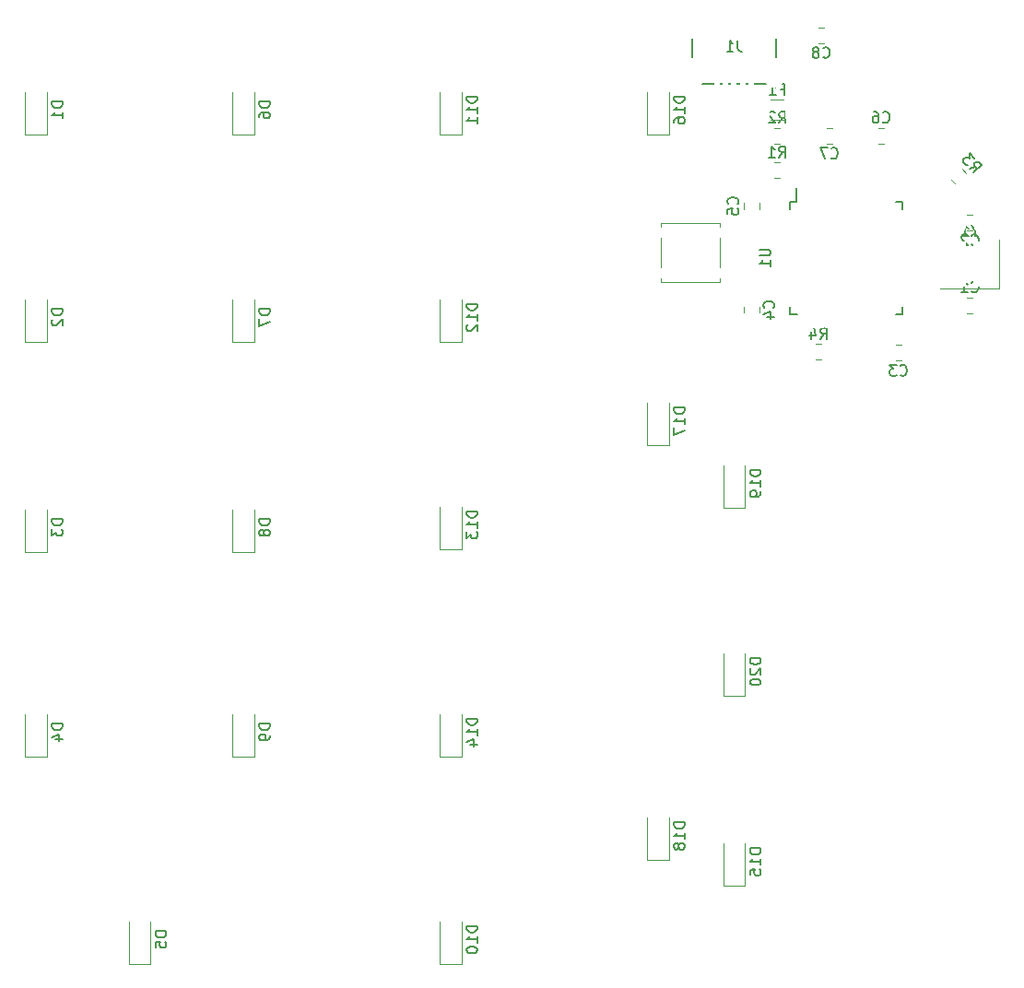
<source format=gbo>
G04 #@! TF.GenerationSoftware,KiCad,Pcbnew,(5.1.4)-1*
G04 #@! TF.CreationDate,2020-08-18T14:14:28-04:00*
G04 #@! TF.ProjectId,my_keyboard,6d795f6b-6579-4626-9f61-72642e6b6963,rev?*
G04 #@! TF.SameCoordinates,Original*
G04 #@! TF.FileFunction,Legend,Bot*
G04 #@! TF.FilePolarity,Positive*
%FSLAX46Y46*%
G04 Gerber Fmt 4.6, Leading zero omitted, Abs format (unit mm)*
G04 Created by KiCad (PCBNEW (5.1.4)-1) date 2020-08-18 14:14:28*
%MOMM*%
%LPD*%
G04 APERTURE LIST*
%ADD10C,0.120000*%
%ADD11C,0.150000*%
%ADD12C,4.102000*%
%ADD13C,2.302000*%
%ADD14C,0.100000*%
%ADD15C,1.252000*%
%ADD16C,1.880000*%
%ADD17C,1.802000*%
%ADD18C,2.102000*%
%ADD19R,3.302000X2.102000*%
%ADD20R,2.102000X2.102000*%
%ADD21R,1.102000X0.852000*%
%ADD22C,1.527000*%
%ADD23R,0.652000X1.602000*%
%ADD24R,1.602000X0.652000*%
%ADD25R,2.202000X1.902000*%
%ADD26C,0.902000*%
%ADD27C,6.502000*%
%ADD28R,0.602000X2.352000*%
%ADD29O,1.802000X2.802000*%
%ADD30R,1.302000X1.002000*%
G04 APERTURE END LIST*
D10*
X192349252Y-68178800D02*
X191826748Y-68178800D01*
X192349252Y-66758800D02*
X191826748Y-66758800D01*
X177250000Y-75504400D02*
X171900000Y-75504400D01*
X177150000Y-80904400D02*
X171900000Y-80904400D01*
X171900000Y-80904400D02*
X171900000Y-80754400D01*
X177150000Y-80904400D02*
X177300000Y-80904400D01*
X177300000Y-75504400D02*
X177250000Y-75504400D01*
X171900000Y-80754400D02*
X171900000Y-80604400D01*
X171900000Y-79554400D02*
X171900000Y-76854400D01*
X171900000Y-75504400D02*
X171900000Y-75804400D01*
X177300000Y-79554400D02*
X177300000Y-76854400D01*
X177300000Y-80754400D02*
X177300000Y-80604400D01*
X177300000Y-80754400D02*
X177300000Y-80904400D01*
X177300000Y-75504400D02*
X177300000Y-75804400D01*
X193413748Y-86697800D02*
X193936252Y-86697800D01*
X193413748Y-88117800D02*
X193936252Y-88117800D01*
X179471000Y-83700252D02*
X179471000Y-83177748D01*
X180891000Y-83700252D02*
X180891000Y-83177748D01*
X179471000Y-73652748D02*
X179471000Y-74175252D01*
X180891000Y-73652748D02*
X180891000Y-74175252D01*
X200509252Y-83768100D02*
X199986748Y-83768100D01*
X200509252Y-82348100D02*
X199986748Y-82348100D01*
X199986748Y-76148100D02*
X200509252Y-76148100D01*
X199986748Y-74728100D02*
X200509252Y-74728100D01*
X187063748Y-68178800D02*
X187586252Y-68178800D01*
X187063748Y-66758800D02*
X187586252Y-66758800D01*
X186332748Y-57519400D02*
X186855252Y-57519400D01*
X186332748Y-58939400D02*
X186855252Y-58939400D01*
X183164064Y-64177500D02*
X181959936Y-64177500D01*
X183164064Y-65997500D02*
X181959936Y-65997500D01*
X182823252Y-69933800D02*
X182300748Y-69933800D01*
X182823252Y-71353800D02*
X182300748Y-71353800D01*
X182823252Y-68178800D02*
X182300748Y-68178800D01*
X182823252Y-66758800D02*
X182300748Y-66758800D01*
X199917779Y-70875087D02*
X199548313Y-70505621D01*
X198913687Y-71879179D02*
X198544221Y-71509713D01*
X186601252Y-88022400D02*
X186078748Y-88022400D01*
X186601252Y-86602400D02*
X186078748Y-86602400D01*
D11*
X183737000Y-73501500D02*
X184312000Y-73501500D01*
X183737000Y-83851500D02*
X184412000Y-83851500D01*
X194087000Y-83851500D02*
X193412000Y-83851500D01*
X194087000Y-73501500D02*
X193412000Y-73501500D01*
X183737000Y-73501500D02*
X183737000Y-74176500D01*
X194087000Y-73501500D02*
X194087000Y-74176500D01*
X194087000Y-83851500D02*
X194087000Y-83176500D01*
X183737000Y-83851500D02*
X183737000Y-83176500D01*
X184312000Y-73501500D02*
X184312000Y-72226500D01*
D10*
X202948000Y-77029800D02*
X202948000Y-81529800D01*
X202948000Y-81529800D02*
X197548000Y-81529800D01*
D11*
X174744000Y-62663400D02*
X182444000Y-62663400D01*
X182444000Y-57213400D02*
X182444000Y-62663400D01*
X174744000Y-57213400D02*
X174744000Y-62663400D01*
D10*
X115458000Y-67337400D02*
X113458000Y-67337400D01*
X113458000Y-67337400D02*
X113458000Y-63437400D01*
X115458000Y-67337400D02*
X115458000Y-63437400D01*
X115458000Y-86387400D02*
X113458000Y-86387400D01*
X113458000Y-86387400D02*
X113458000Y-82487400D01*
X115458000Y-86387400D02*
X115458000Y-82487400D01*
X115458000Y-105692000D02*
X115458000Y-101792000D01*
X113458000Y-105692000D02*
X113458000Y-101792000D01*
X115458000Y-105692000D02*
X113458000Y-105692000D01*
X115458000Y-124487000D02*
X113458000Y-124487000D01*
X113458000Y-124487000D02*
X113458000Y-120587000D01*
X115458000Y-124487000D02*
X115458000Y-120587000D01*
X124984000Y-143537000D02*
X124984000Y-139637000D01*
X122984000Y-143537000D02*
X122984000Y-139637000D01*
X124984000Y-143537000D02*
X122984000Y-143537000D01*
X134508000Y-67337400D02*
X134508000Y-63437400D01*
X132508000Y-67337400D02*
X132508000Y-63437400D01*
X134508000Y-67337400D02*
X132508000Y-67337400D01*
X134508000Y-86387400D02*
X134508000Y-82487400D01*
X132508000Y-86387400D02*
X132508000Y-82487400D01*
X134508000Y-86387400D02*
X132508000Y-86387400D01*
X134508000Y-105692000D02*
X132508000Y-105692000D01*
X132508000Y-105692000D02*
X132508000Y-101792000D01*
X134508000Y-105692000D02*
X134508000Y-101792000D01*
X134508000Y-124487000D02*
X134508000Y-120587000D01*
X132508000Y-124487000D02*
X132508000Y-120587000D01*
X134508000Y-124487000D02*
X132508000Y-124487000D01*
X153558000Y-143537000D02*
X153558000Y-139637000D01*
X151558000Y-143537000D02*
X151558000Y-139637000D01*
X153558000Y-143537000D02*
X151558000Y-143537000D01*
X153558000Y-67337400D02*
X151558000Y-67337400D01*
X151558000Y-67337400D02*
X151558000Y-63437400D01*
X153558000Y-67337400D02*
X153558000Y-63437400D01*
X153558000Y-86387400D02*
X151558000Y-86387400D01*
X151558000Y-86387400D02*
X151558000Y-82487400D01*
X153558000Y-86387400D02*
X153558000Y-82487400D01*
X153558000Y-105437000D02*
X151558000Y-105437000D01*
X151558000Y-105437000D02*
X151558000Y-101537000D01*
X153558000Y-105437000D02*
X153558000Y-101537000D01*
X153558000Y-124487000D02*
X151558000Y-124487000D01*
X151558000Y-124487000D02*
X151558000Y-120587000D01*
X153558000Y-124487000D02*
X153558000Y-120587000D01*
X179594000Y-136394000D02*
X177594000Y-136394000D01*
X177594000Y-136394000D02*
X177594000Y-132494000D01*
X179594000Y-136394000D02*
X179594000Y-132494000D01*
X172608000Y-67337400D02*
X172608000Y-63437400D01*
X170608000Y-67337400D02*
X170608000Y-63437400D01*
X172608000Y-67337400D02*
X170608000Y-67337400D01*
X172608000Y-95912400D02*
X172608000Y-92012400D01*
X170608000Y-95912400D02*
X170608000Y-92012400D01*
X172608000Y-95912400D02*
X170608000Y-95912400D01*
X172608000Y-134012000D02*
X172608000Y-130112000D01*
X170608000Y-134012000D02*
X170608000Y-130112000D01*
X172608000Y-134012000D02*
X170608000Y-134012000D01*
X179594000Y-101627400D02*
X177594000Y-101627400D01*
X177594000Y-101627400D02*
X177594000Y-97727400D01*
X179594000Y-101627400D02*
X179594000Y-97727400D01*
X179594000Y-118931000D02*
X179594000Y-115031000D01*
X177594000Y-118931000D02*
X177594000Y-115031000D01*
X179594000Y-118931000D02*
X177594000Y-118931000D01*
D11*
X192254666Y-66175942D02*
X192302285Y-66223561D01*
X192445142Y-66271180D01*
X192540380Y-66271180D01*
X192683238Y-66223561D01*
X192778476Y-66128323D01*
X192826095Y-66033085D01*
X192873714Y-65842609D01*
X192873714Y-65699752D01*
X192826095Y-65509276D01*
X192778476Y-65414038D01*
X192683238Y-65318800D01*
X192540380Y-65271180D01*
X192445142Y-65271180D01*
X192302285Y-65318800D01*
X192254666Y-65366419D01*
X191397523Y-65271180D02*
X191588000Y-65271180D01*
X191683238Y-65318800D01*
X191730857Y-65366419D01*
X191826095Y-65509276D01*
X191873714Y-65699752D01*
X191873714Y-66080704D01*
X191826095Y-66175942D01*
X191778476Y-66223561D01*
X191683238Y-66271180D01*
X191492761Y-66271180D01*
X191397523Y-66223561D01*
X191349904Y-66175942D01*
X191302285Y-66080704D01*
X191302285Y-65842609D01*
X191349904Y-65747371D01*
X191397523Y-65699752D01*
X191492761Y-65652133D01*
X191683238Y-65652133D01*
X191778476Y-65699752D01*
X191826095Y-65747371D01*
X191873714Y-65842609D01*
X193841666Y-89414942D02*
X193889285Y-89462561D01*
X194032142Y-89510180D01*
X194127380Y-89510180D01*
X194270238Y-89462561D01*
X194365476Y-89367323D01*
X194413095Y-89272085D01*
X194460714Y-89081609D01*
X194460714Y-88938752D01*
X194413095Y-88748276D01*
X194365476Y-88653038D01*
X194270238Y-88557800D01*
X194127380Y-88510180D01*
X194032142Y-88510180D01*
X193889285Y-88557800D01*
X193841666Y-88605419D01*
X193508333Y-88510180D02*
X192889285Y-88510180D01*
X193222619Y-88891133D01*
X193079761Y-88891133D01*
X192984523Y-88938752D01*
X192936904Y-88986371D01*
X192889285Y-89081609D01*
X192889285Y-89319704D01*
X192936904Y-89414942D01*
X192984523Y-89462561D01*
X193079761Y-89510180D01*
X193365476Y-89510180D01*
X193460714Y-89462561D01*
X193508333Y-89414942D01*
X182188142Y-83272333D02*
X182235761Y-83224714D01*
X182283380Y-83081857D01*
X182283380Y-82986619D01*
X182235761Y-82843761D01*
X182140523Y-82748523D01*
X182045285Y-82700904D01*
X181854809Y-82653285D01*
X181711952Y-82653285D01*
X181521476Y-82700904D01*
X181426238Y-82748523D01*
X181331000Y-82843761D01*
X181283380Y-82986619D01*
X181283380Y-83081857D01*
X181331000Y-83224714D01*
X181378619Y-83272333D01*
X181616714Y-84129476D02*
X182283380Y-84129476D01*
X181235761Y-83891380D02*
X181950047Y-83653285D01*
X181950047Y-84272333D01*
X178888142Y-73747333D02*
X178935761Y-73699714D01*
X178983380Y-73556857D01*
X178983380Y-73461619D01*
X178935761Y-73318761D01*
X178840523Y-73223523D01*
X178745285Y-73175904D01*
X178554809Y-73128285D01*
X178411952Y-73128285D01*
X178221476Y-73175904D01*
X178126238Y-73223523D01*
X178031000Y-73318761D01*
X177983380Y-73461619D01*
X177983380Y-73556857D01*
X178031000Y-73699714D01*
X178078619Y-73747333D01*
X177983380Y-74652095D02*
X177983380Y-74175904D01*
X178459571Y-74128285D01*
X178411952Y-74175904D01*
X178364333Y-74271142D01*
X178364333Y-74509238D01*
X178411952Y-74604476D01*
X178459571Y-74652095D01*
X178554809Y-74699714D01*
X178792904Y-74699714D01*
X178888142Y-74652095D01*
X178935761Y-74604476D01*
X178983380Y-74509238D01*
X178983380Y-74271142D01*
X178935761Y-74175904D01*
X178888142Y-74128285D01*
X200414666Y-81765242D02*
X200462285Y-81812861D01*
X200605142Y-81860480D01*
X200700380Y-81860480D01*
X200843238Y-81812861D01*
X200938476Y-81717623D01*
X200986095Y-81622385D01*
X201033714Y-81431909D01*
X201033714Y-81289052D01*
X200986095Y-81098576D01*
X200938476Y-81003338D01*
X200843238Y-80908100D01*
X200700380Y-80860480D01*
X200605142Y-80860480D01*
X200462285Y-80908100D01*
X200414666Y-80955719D01*
X199462285Y-81860480D02*
X200033714Y-81860480D01*
X199748000Y-81860480D02*
X199748000Y-80860480D01*
X199843238Y-81003338D01*
X199938476Y-81098576D01*
X200033714Y-81146195D01*
X200414666Y-77445242D02*
X200462285Y-77492861D01*
X200605142Y-77540480D01*
X200700380Y-77540480D01*
X200843238Y-77492861D01*
X200938476Y-77397623D01*
X200986095Y-77302385D01*
X201033714Y-77111909D01*
X201033714Y-76969052D01*
X200986095Y-76778576D01*
X200938476Y-76683338D01*
X200843238Y-76588100D01*
X200700380Y-76540480D01*
X200605142Y-76540480D01*
X200462285Y-76588100D01*
X200414666Y-76635719D01*
X200033714Y-76635719D02*
X199986095Y-76588100D01*
X199890857Y-76540480D01*
X199652761Y-76540480D01*
X199557523Y-76588100D01*
X199509904Y-76635719D01*
X199462285Y-76730957D01*
X199462285Y-76826195D01*
X199509904Y-76969052D01*
X200081333Y-77540480D01*
X199462285Y-77540480D01*
X187491666Y-69475942D02*
X187539285Y-69523561D01*
X187682142Y-69571180D01*
X187777380Y-69571180D01*
X187920238Y-69523561D01*
X188015476Y-69428323D01*
X188063095Y-69333085D01*
X188110714Y-69142609D01*
X188110714Y-68999752D01*
X188063095Y-68809276D01*
X188015476Y-68714038D01*
X187920238Y-68618800D01*
X187777380Y-68571180D01*
X187682142Y-68571180D01*
X187539285Y-68618800D01*
X187491666Y-68666419D01*
X187158333Y-68571180D02*
X186491666Y-68571180D01*
X186920238Y-69571180D01*
X186760666Y-60236542D02*
X186808285Y-60284161D01*
X186951142Y-60331780D01*
X187046380Y-60331780D01*
X187189238Y-60284161D01*
X187284476Y-60188923D01*
X187332095Y-60093685D01*
X187379714Y-59903209D01*
X187379714Y-59760352D01*
X187332095Y-59569876D01*
X187284476Y-59474638D01*
X187189238Y-59379400D01*
X187046380Y-59331780D01*
X186951142Y-59331780D01*
X186808285Y-59379400D01*
X186760666Y-59427019D01*
X186189238Y-59760352D02*
X186284476Y-59712733D01*
X186332095Y-59665114D01*
X186379714Y-59569876D01*
X186379714Y-59522257D01*
X186332095Y-59427019D01*
X186284476Y-59379400D01*
X186189238Y-59331780D01*
X185998761Y-59331780D01*
X185903523Y-59379400D01*
X185855904Y-59427019D01*
X185808285Y-59522257D01*
X185808285Y-59569876D01*
X185855904Y-59665114D01*
X185903523Y-59712733D01*
X185998761Y-59760352D01*
X186189238Y-59760352D01*
X186284476Y-59807971D01*
X186332095Y-59855590D01*
X186379714Y-59950828D01*
X186379714Y-60141304D01*
X186332095Y-60236542D01*
X186284476Y-60284161D01*
X186189238Y-60331780D01*
X185998761Y-60331780D01*
X185903523Y-60284161D01*
X185855904Y-60236542D01*
X185808285Y-60141304D01*
X185808285Y-59950828D01*
X185855904Y-59855590D01*
X185903523Y-59807971D01*
X185998761Y-59760352D01*
X182895333Y-63196071D02*
X183228666Y-63196071D01*
X183228666Y-63719880D02*
X183228666Y-62719880D01*
X182752476Y-62719880D01*
X181847714Y-63719880D02*
X182419142Y-63719880D01*
X182133428Y-63719880D02*
X182133428Y-62719880D01*
X182228666Y-62862738D01*
X182323904Y-62957976D01*
X182419142Y-63005595D01*
X182728666Y-69446180D02*
X183062000Y-68969990D01*
X183300095Y-69446180D02*
X183300095Y-68446180D01*
X182919142Y-68446180D01*
X182823904Y-68493800D01*
X182776285Y-68541419D01*
X182728666Y-68636657D01*
X182728666Y-68779514D01*
X182776285Y-68874752D01*
X182823904Y-68922371D01*
X182919142Y-68969990D01*
X183300095Y-68969990D01*
X181776285Y-69446180D02*
X182347714Y-69446180D01*
X182062000Y-69446180D02*
X182062000Y-68446180D01*
X182157238Y-68589038D01*
X182252476Y-68684276D01*
X182347714Y-68731895D01*
X182728666Y-66271180D02*
X183062000Y-65794990D01*
X183300095Y-66271180D02*
X183300095Y-65271180D01*
X182919142Y-65271180D01*
X182823904Y-65318800D01*
X182776285Y-65366419D01*
X182728666Y-65461657D01*
X182728666Y-65604514D01*
X182776285Y-65699752D01*
X182823904Y-65747371D01*
X182919142Y-65794990D01*
X183300095Y-65794990D01*
X182347714Y-65366419D02*
X182300095Y-65318800D01*
X182204857Y-65271180D01*
X181966761Y-65271180D01*
X181871523Y-65318800D01*
X181823904Y-65366419D01*
X181776285Y-65461657D01*
X181776285Y-65556895D01*
X181823904Y-65699752D01*
X182395333Y-66271180D01*
X181776285Y-66271180D01*
X200195695Y-70463406D02*
X200768115Y-70362391D01*
X200599756Y-70867467D02*
X201306863Y-70160361D01*
X201037489Y-69890986D01*
X200936474Y-69857315D01*
X200869130Y-69857315D01*
X200768115Y-69890986D01*
X200667100Y-69992002D01*
X200633428Y-70093017D01*
X200633428Y-70160361D01*
X200667100Y-70261376D01*
X200936474Y-70530750D01*
X200667100Y-69520597D02*
X200229367Y-69082864D01*
X200195695Y-69587941D01*
X200094680Y-69486925D01*
X199993664Y-69453254D01*
X199926321Y-69453254D01*
X199825306Y-69486925D01*
X199656947Y-69655284D01*
X199623275Y-69756299D01*
X199623275Y-69823643D01*
X199656947Y-69924658D01*
X199858977Y-70126689D01*
X199959993Y-70160361D01*
X200027336Y-70160361D01*
X186506666Y-86114780D02*
X186840000Y-85638590D01*
X187078095Y-86114780D02*
X187078095Y-85114780D01*
X186697142Y-85114780D01*
X186601904Y-85162400D01*
X186554285Y-85210019D01*
X186506666Y-85305257D01*
X186506666Y-85448114D01*
X186554285Y-85543352D01*
X186601904Y-85590971D01*
X186697142Y-85638590D01*
X187078095Y-85638590D01*
X185649523Y-85448114D02*
X185649523Y-86114780D01*
X185887619Y-85067161D02*
X186125714Y-85781447D01*
X185506666Y-85781447D01*
X180914380Y-77914595D02*
X181723904Y-77914595D01*
X181819142Y-77962214D01*
X181866761Y-78009833D01*
X181914380Y-78105071D01*
X181914380Y-78295547D01*
X181866761Y-78390785D01*
X181819142Y-78438404D01*
X181723904Y-78486023D01*
X180914380Y-78486023D01*
X181914380Y-79486023D02*
X181914380Y-78914595D01*
X181914380Y-79200309D02*
X180914380Y-79200309D01*
X181057238Y-79105071D01*
X181152476Y-79009833D01*
X181200095Y-78914595D01*
X200724190Y-76205990D02*
X200724190Y-76682180D01*
X201057523Y-75682180D02*
X200724190Y-76205990D01*
X200390857Y-75682180D01*
X199533714Y-76682180D02*
X200105142Y-76682180D01*
X199819428Y-76682180D02*
X199819428Y-75682180D01*
X199914666Y-75825038D01*
X200009904Y-75920276D01*
X200105142Y-75967895D01*
X178927333Y-58697780D02*
X178927333Y-59412066D01*
X178974952Y-59554923D01*
X179070190Y-59650161D01*
X179213047Y-59697780D01*
X179308285Y-59697780D01*
X177927333Y-59697780D02*
X178498761Y-59697780D01*
X178213047Y-59697780D02*
X178213047Y-58697780D01*
X178308285Y-58840638D01*
X178403523Y-58935876D01*
X178498761Y-58983495D01*
X116910380Y-64349304D02*
X115910380Y-64349304D01*
X115910380Y-64587400D01*
X115958000Y-64730257D01*
X116053238Y-64825495D01*
X116148476Y-64873114D01*
X116338952Y-64920733D01*
X116481809Y-64920733D01*
X116672285Y-64873114D01*
X116767523Y-64825495D01*
X116862761Y-64730257D01*
X116910380Y-64587400D01*
X116910380Y-64349304D01*
X116910380Y-65873114D02*
X116910380Y-65301685D01*
X116910380Y-65587400D02*
X115910380Y-65587400D01*
X116053238Y-65492161D01*
X116148476Y-65396923D01*
X116196095Y-65301685D01*
X116910380Y-83399304D02*
X115910380Y-83399304D01*
X115910380Y-83637400D01*
X115958000Y-83780257D01*
X116053238Y-83875495D01*
X116148476Y-83923114D01*
X116338952Y-83970733D01*
X116481809Y-83970733D01*
X116672285Y-83923114D01*
X116767523Y-83875495D01*
X116862761Y-83780257D01*
X116910380Y-83637400D01*
X116910380Y-83399304D01*
X116005619Y-84351685D02*
X115958000Y-84399304D01*
X115910380Y-84494542D01*
X115910380Y-84732638D01*
X115958000Y-84827876D01*
X116005619Y-84875495D01*
X116100857Y-84923114D01*
X116196095Y-84923114D01*
X116338952Y-84875495D01*
X116910380Y-84304066D01*
X116910380Y-84923114D01*
X116910380Y-102703904D02*
X115910380Y-102703904D01*
X115910380Y-102942000D01*
X115958000Y-103084857D01*
X116053238Y-103180095D01*
X116148476Y-103227714D01*
X116338952Y-103275333D01*
X116481809Y-103275333D01*
X116672285Y-103227714D01*
X116767523Y-103180095D01*
X116862761Y-103084857D01*
X116910380Y-102942000D01*
X116910380Y-102703904D01*
X115910380Y-103608666D02*
X115910380Y-104227714D01*
X116291333Y-103894380D01*
X116291333Y-104037238D01*
X116338952Y-104132476D01*
X116386571Y-104180095D01*
X116481809Y-104227714D01*
X116719904Y-104227714D01*
X116815142Y-104180095D01*
X116862761Y-104132476D01*
X116910380Y-104037238D01*
X116910380Y-103751523D01*
X116862761Y-103656285D01*
X116815142Y-103608666D01*
X116910380Y-121498904D02*
X115910380Y-121498904D01*
X115910380Y-121737000D01*
X115958000Y-121879857D01*
X116053238Y-121975095D01*
X116148476Y-122022714D01*
X116338952Y-122070333D01*
X116481809Y-122070333D01*
X116672285Y-122022714D01*
X116767523Y-121975095D01*
X116862761Y-121879857D01*
X116910380Y-121737000D01*
X116910380Y-121498904D01*
X116243714Y-122927476D02*
X116910380Y-122927476D01*
X115862761Y-122689380D02*
X116577047Y-122451285D01*
X116577047Y-123070333D01*
X126436380Y-140548904D02*
X125436380Y-140548904D01*
X125436380Y-140787000D01*
X125484000Y-140929857D01*
X125579238Y-141025095D01*
X125674476Y-141072714D01*
X125864952Y-141120333D01*
X126007809Y-141120333D01*
X126198285Y-141072714D01*
X126293523Y-141025095D01*
X126388761Y-140929857D01*
X126436380Y-140787000D01*
X126436380Y-140548904D01*
X125436380Y-142025095D02*
X125436380Y-141548904D01*
X125912571Y-141501285D01*
X125864952Y-141548904D01*
X125817333Y-141644142D01*
X125817333Y-141882238D01*
X125864952Y-141977476D01*
X125912571Y-142025095D01*
X126007809Y-142072714D01*
X126245904Y-142072714D01*
X126341142Y-142025095D01*
X126388761Y-141977476D01*
X126436380Y-141882238D01*
X126436380Y-141644142D01*
X126388761Y-141548904D01*
X126341142Y-141501285D01*
X135960380Y-64349304D02*
X134960380Y-64349304D01*
X134960380Y-64587400D01*
X135008000Y-64730257D01*
X135103238Y-64825495D01*
X135198476Y-64873114D01*
X135388952Y-64920733D01*
X135531809Y-64920733D01*
X135722285Y-64873114D01*
X135817523Y-64825495D01*
X135912761Y-64730257D01*
X135960380Y-64587400D01*
X135960380Y-64349304D01*
X134960380Y-65777876D02*
X134960380Y-65587400D01*
X135008000Y-65492161D01*
X135055619Y-65444542D01*
X135198476Y-65349304D01*
X135388952Y-65301685D01*
X135769904Y-65301685D01*
X135865142Y-65349304D01*
X135912761Y-65396923D01*
X135960380Y-65492161D01*
X135960380Y-65682638D01*
X135912761Y-65777876D01*
X135865142Y-65825495D01*
X135769904Y-65873114D01*
X135531809Y-65873114D01*
X135436571Y-65825495D01*
X135388952Y-65777876D01*
X135341333Y-65682638D01*
X135341333Y-65492161D01*
X135388952Y-65396923D01*
X135436571Y-65349304D01*
X135531809Y-65301685D01*
X135960380Y-83399304D02*
X134960380Y-83399304D01*
X134960380Y-83637400D01*
X135008000Y-83780257D01*
X135103238Y-83875495D01*
X135198476Y-83923114D01*
X135388952Y-83970733D01*
X135531809Y-83970733D01*
X135722285Y-83923114D01*
X135817523Y-83875495D01*
X135912761Y-83780257D01*
X135960380Y-83637400D01*
X135960380Y-83399304D01*
X134960380Y-84304066D02*
X134960380Y-84970733D01*
X135960380Y-84542161D01*
X135960380Y-102703904D02*
X134960380Y-102703904D01*
X134960380Y-102942000D01*
X135008000Y-103084857D01*
X135103238Y-103180095D01*
X135198476Y-103227714D01*
X135388952Y-103275333D01*
X135531809Y-103275333D01*
X135722285Y-103227714D01*
X135817523Y-103180095D01*
X135912761Y-103084857D01*
X135960380Y-102942000D01*
X135960380Y-102703904D01*
X135388952Y-103846761D02*
X135341333Y-103751523D01*
X135293714Y-103703904D01*
X135198476Y-103656285D01*
X135150857Y-103656285D01*
X135055619Y-103703904D01*
X135008000Y-103751523D01*
X134960380Y-103846761D01*
X134960380Y-104037238D01*
X135008000Y-104132476D01*
X135055619Y-104180095D01*
X135150857Y-104227714D01*
X135198476Y-104227714D01*
X135293714Y-104180095D01*
X135341333Y-104132476D01*
X135388952Y-104037238D01*
X135388952Y-103846761D01*
X135436571Y-103751523D01*
X135484190Y-103703904D01*
X135579428Y-103656285D01*
X135769904Y-103656285D01*
X135865142Y-103703904D01*
X135912761Y-103751523D01*
X135960380Y-103846761D01*
X135960380Y-104037238D01*
X135912761Y-104132476D01*
X135865142Y-104180095D01*
X135769904Y-104227714D01*
X135579428Y-104227714D01*
X135484190Y-104180095D01*
X135436571Y-104132476D01*
X135388952Y-104037238D01*
X135960380Y-121498904D02*
X134960380Y-121498904D01*
X134960380Y-121737000D01*
X135008000Y-121879857D01*
X135103238Y-121975095D01*
X135198476Y-122022714D01*
X135388952Y-122070333D01*
X135531809Y-122070333D01*
X135722285Y-122022714D01*
X135817523Y-121975095D01*
X135912761Y-121879857D01*
X135960380Y-121737000D01*
X135960380Y-121498904D01*
X135960380Y-122546523D02*
X135960380Y-122737000D01*
X135912761Y-122832238D01*
X135865142Y-122879857D01*
X135722285Y-122975095D01*
X135531809Y-123022714D01*
X135150857Y-123022714D01*
X135055619Y-122975095D01*
X135008000Y-122927476D01*
X134960380Y-122832238D01*
X134960380Y-122641761D01*
X135008000Y-122546523D01*
X135055619Y-122498904D01*
X135150857Y-122451285D01*
X135388952Y-122451285D01*
X135484190Y-122498904D01*
X135531809Y-122546523D01*
X135579428Y-122641761D01*
X135579428Y-122832238D01*
X135531809Y-122927476D01*
X135484190Y-122975095D01*
X135388952Y-123022714D01*
X155010380Y-140072714D02*
X154010380Y-140072714D01*
X154010380Y-140310809D01*
X154058000Y-140453666D01*
X154153238Y-140548904D01*
X154248476Y-140596523D01*
X154438952Y-140644142D01*
X154581809Y-140644142D01*
X154772285Y-140596523D01*
X154867523Y-140548904D01*
X154962761Y-140453666D01*
X155010380Y-140310809D01*
X155010380Y-140072714D01*
X155010380Y-141596523D02*
X155010380Y-141025095D01*
X155010380Y-141310809D02*
X154010380Y-141310809D01*
X154153238Y-141215571D01*
X154248476Y-141120333D01*
X154296095Y-141025095D01*
X154010380Y-142215571D02*
X154010380Y-142310809D01*
X154058000Y-142406047D01*
X154105619Y-142453666D01*
X154200857Y-142501285D01*
X154391333Y-142548904D01*
X154629428Y-142548904D01*
X154819904Y-142501285D01*
X154915142Y-142453666D01*
X154962761Y-142406047D01*
X155010380Y-142310809D01*
X155010380Y-142215571D01*
X154962761Y-142120333D01*
X154915142Y-142072714D01*
X154819904Y-142025095D01*
X154629428Y-141977476D01*
X154391333Y-141977476D01*
X154200857Y-142025095D01*
X154105619Y-142072714D01*
X154058000Y-142120333D01*
X154010380Y-142215571D01*
X155010380Y-63873114D02*
X154010380Y-63873114D01*
X154010380Y-64111209D01*
X154058000Y-64254066D01*
X154153238Y-64349304D01*
X154248476Y-64396923D01*
X154438952Y-64444542D01*
X154581809Y-64444542D01*
X154772285Y-64396923D01*
X154867523Y-64349304D01*
X154962761Y-64254066D01*
X155010380Y-64111209D01*
X155010380Y-63873114D01*
X155010380Y-65396923D02*
X155010380Y-64825495D01*
X155010380Y-65111209D02*
X154010380Y-65111209D01*
X154153238Y-65015971D01*
X154248476Y-64920733D01*
X154296095Y-64825495D01*
X155010380Y-66349304D02*
X155010380Y-65777876D01*
X155010380Y-66063590D02*
X154010380Y-66063590D01*
X154153238Y-65968352D01*
X154248476Y-65873114D01*
X154296095Y-65777876D01*
X155010380Y-82923114D02*
X154010380Y-82923114D01*
X154010380Y-83161209D01*
X154058000Y-83304066D01*
X154153238Y-83399304D01*
X154248476Y-83446923D01*
X154438952Y-83494542D01*
X154581809Y-83494542D01*
X154772285Y-83446923D01*
X154867523Y-83399304D01*
X154962761Y-83304066D01*
X155010380Y-83161209D01*
X155010380Y-82923114D01*
X155010380Y-84446923D02*
X155010380Y-83875495D01*
X155010380Y-84161209D02*
X154010380Y-84161209D01*
X154153238Y-84065971D01*
X154248476Y-83970733D01*
X154296095Y-83875495D01*
X154105619Y-84827876D02*
X154058000Y-84875495D01*
X154010380Y-84970733D01*
X154010380Y-85208828D01*
X154058000Y-85304066D01*
X154105619Y-85351685D01*
X154200857Y-85399304D01*
X154296095Y-85399304D01*
X154438952Y-85351685D01*
X155010380Y-84780257D01*
X155010380Y-85399304D01*
X155010380Y-101972714D02*
X154010380Y-101972714D01*
X154010380Y-102210809D01*
X154058000Y-102353666D01*
X154153238Y-102448904D01*
X154248476Y-102496523D01*
X154438952Y-102544142D01*
X154581809Y-102544142D01*
X154772285Y-102496523D01*
X154867523Y-102448904D01*
X154962761Y-102353666D01*
X155010380Y-102210809D01*
X155010380Y-101972714D01*
X155010380Y-103496523D02*
X155010380Y-102925095D01*
X155010380Y-103210809D02*
X154010380Y-103210809D01*
X154153238Y-103115571D01*
X154248476Y-103020333D01*
X154296095Y-102925095D01*
X154010380Y-103829857D02*
X154010380Y-104448904D01*
X154391333Y-104115571D01*
X154391333Y-104258428D01*
X154438952Y-104353666D01*
X154486571Y-104401285D01*
X154581809Y-104448904D01*
X154819904Y-104448904D01*
X154915142Y-104401285D01*
X154962761Y-104353666D01*
X155010380Y-104258428D01*
X155010380Y-103972714D01*
X154962761Y-103877476D01*
X154915142Y-103829857D01*
X155010380Y-121022714D02*
X154010380Y-121022714D01*
X154010380Y-121260809D01*
X154058000Y-121403666D01*
X154153238Y-121498904D01*
X154248476Y-121546523D01*
X154438952Y-121594142D01*
X154581809Y-121594142D01*
X154772285Y-121546523D01*
X154867523Y-121498904D01*
X154962761Y-121403666D01*
X155010380Y-121260809D01*
X155010380Y-121022714D01*
X155010380Y-122546523D02*
X155010380Y-121975095D01*
X155010380Y-122260809D02*
X154010380Y-122260809D01*
X154153238Y-122165571D01*
X154248476Y-122070333D01*
X154296095Y-121975095D01*
X154343714Y-123403666D02*
X155010380Y-123403666D01*
X153962761Y-123165571D02*
X154677047Y-122927476D01*
X154677047Y-123546523D01*
X181046380Y-132929714D02*
X180046380Y-132929714D01*
X180046380Y-133167809D01*
X180094000Y-133310666D01*
X180189238Y-133405904D01*
X180284476Y-133453523D01*
X180474952Y-133501142D01*
X180617809Y-133501142D01*
X180808285Y-133453523D01*
X180903523Y-133405904D01*
X180998761Y-133310666D01*
X181046380Y-133167809D01*
X181046380Y-132929714D01*
X181046380Y-134453523D02*
X181046380Y-133882095D01*
X181046380Y-134167809D02*
X180046380Y-134167809D01*
X180189238Y-134072571D01*
X180284476Y-133977333D01*
X180332095Y-133882095D01*
X180046380Y-135358285D02*
X180046380Y-134882095D01*
X180522571Y-134834476D01*
X180474952Y-134882095D01*
X180427333Y-134977333D01*
X180427333Y-135215428D01*
X180474952Y-135310666D01*
X180522571Y-135358285D01*
X180617809Y-135405904D01*
X180855904Y-135405904D01*
X180951142Y-135358285D01*
X180998761Y-135310666D01*
X181046380Y-135215428D01*
X181046380Y-134977333D01*
X180998761Y-134882095D01*
X180951142Y-134834476D01*
X174060380Y-63873114D02*
X173060380Y-63873114D01*
X173060380Y-64111209D01*
X173108000Y-64254066D01*
X173203238Y-64349304D01*
X173298476Y-64396923D01*
X173488952Y-64444542D01*
X173631809Y-64444542D01*
X173822285Y-64396923D01*
X173917523Y-64349304D01*
X174012761Y-64254066D01*
X174060380Y-64111209D01*
X174060380Y-63873114D01*
X174060380Y-65396923D02*
X174060380Y-64825495D01*
X174060380Y-65111209D02*
X173060380Y-65111209D01*
X173203238Y-65015971D01*
X173298476Y-64920733D01*
X173346095Y-64825495D01*
X173060380Y-66254066D02*
X173060380Y-66063590D01*
X173108000Y-65968352D01*
X173155619Y-65920733D01*
X173298476Y-65825495D01*
X173488952Y-65777876D01*
X173869904Y-65777876D01*
X173965142Y-65825495D01*
X174012761Y-65873114D01*
X174060380Y-65968352D01*
X174060380Y-66158828D01*
X174012761Y-66254066D01*
X173965142Y-66301685D01*
X173869904Y-66349304D01*
X173631809Y-66349304D01*
X173536571Y-66301685D01*
X173488952Y-66254066D01*
X173441333Y-66158828D01*
X173441333Y-65968352D01*
X173488952Y-65873114D01*
X173536571Y-65825495D01*
X173631809Y-65777876D01*
X174060380Y-92448114D02*
X173060380Y-92448114D01*
X173060380Y-92686209D01*
X173108000Y-92829066D01*
X173203238Y-92924304D01*
X173298476Y-92971923D01*
X173488952Y-93019542D01*
X173631809Y-93019542D01*
X173822285Y-92971923D01*
X173917523Y-92924304D01*
X174012761Y-92829066D01*
X174060380Y-92686209D01*
X174060380Y-92448114D01*
X174060380Y-93971923D02*
X174060380Y-93400495D01*
X174060380Y-93686209D02*
X173060380Y-93686209D01*
X173203238Y-93590971D01*
X173298476Y-93495733D01*
X173346095Y-93400495D01*
X173060380Y-94305257D02*
X173060380Y-94971923D01*
X174060380Y-94543352D01*
X174060380Y-130547714D02*
X173060380Y-130547714D01*
X173060380Y-130785809D01*
X173108000Y-130928666D01*
X173203238Y-131023904D01*
X173298476Y-131071523D01*
X173488952Y-131119142D01*
X173631809Y-131119142D01*
X173822285Y-131071523D01*
X173917523Y-131023904D01*
X174012761Y-130928666D01*
X174060380Y-130785809D01*
X174060380Y-130547714D01*
X174060380Y-132071523D02*
X174060380Y-131500095D01*
X174060380Y-131785809D02*
X173060380Y-131785809D01*
X173203238Y-131690571D01*
X173298476Y-131595333D01*
X173346095Y-131500095D01*
X173488952Y-132642952D02*
X173441333Y-132547714D01*
X173393714Y-132500095D01*
X173298476Y-132452476D01*
X173250857Y-132452476D01*
X173155619Y-132500095D01*
X173108000Y-132547714D01*
X173060380Y-132642952D01*
X173060380Y-132833428D01*
X173108000Y-132928666D01*
X173155619Y-132976285D01*
X173250857Y-133023904D01*
X173298476Y-133023904D01*
X173393714Y-132976285D01*
X173441333Y-132928666D01*
X173488952Y-132833428D01*
X173488952Y-132642952D01*
X173536571Y-132547714D01*
X173584190Y-132500095D01*
X173679428Y-132452476D01*
X173869904Y-132452476D01*
X173965142Y-132500095D01*
X174012761Y-132547714D01*
X174060380Y-132642952D01*
X174060380Y-132833428D01*
X174012761Y-132928666D01*
X173965142Y-132976285D01*
X173869904Y-133023904D01*
X173679428Y-133023904D01*
X173584190Y-132976285D01*
X173536571Y-132928666D01*
X173488952Y-132833428D01*
X181046380Y-98163114D02*
X180046380Y-98163114D01*
X180046380Y-98401209D01*
X180094000Y-98544066D01*
X180189238Y-98639304D01*
X180284476Y-98686923D01*
X180474952Y-98734542D01*
X180617809Y-98734542D01*
X180808285Y-98686923D01*
X180903523Y-98639304D01*
X180998761Y-98544066D01*
X181046380Y-98401209D01*
X181046380Y-98163114D01*
X181046380Y-99686923D02*
X181046380Y-99115495D01*
X181046380Y-99401209D02*
X180046380Y-99401209D01*
X180189238Y-99305971D01*
X180284476Y-99210733D01*
X180332095Y-99115495D01*
X181046380Y-100163114D02*
X181046380Y-100353590D01*
X180998761Y-100448828D01*
X180951142Y-100496447D01*
X180808285Y-100591685D01*
X180617809Y-100639304D01*
X180236857Y-100639304D01*
X180141619Y-100591685D01*
X180094000Y-100544066D01*
X180046380Y-100448828D01*
X180046380Y-100258352D01*
X180094000Y-100163114D01*
X180141619Y-100115495D01*
X180236857Y-100067876D01*
X180474952Y-100067876D01*
X180570190Y-100115495D01*
X180617809Y-100163114D01*
X180665428Y-100258352D01*
X180665428Y-100448828D01*
X180617809Y-100544066D01*
X180570190Y-100591685D01*
X180474952Y-100639304D01*
X181046380Y-115466714D02*
X180046380Y-115466714D01*
X180046380Y-115704809D01*
X180094000Y-115847666D01*
X180189238Y-115942904D01*
X180284476Y-115990523D01*
X180474952Y-116038142D01*
X180617809Y-116038142D01*
X180808285Y-115990523D01*
X180903523Y-115942904D01*
X180998761Y-115847666D01*
X181046380Y-115704809D01*
X181046380Y-115466714D01*
X180141619Y-116419095D02*
X180094000Y-116466714D01*
X180046380Y-116561952D01*
X180046380Y-116800047D01*
X180094000Y-116895285D01*
X180141619Y-116942904D01*
X180236857Y-116990523D01*
X180332095Y-116990523D01*
X180474952Y-116942904D01*
X181046380Y-116371476D01*
X181046380Y-116990523D01*
X180046380Y-117609571D02*
X180046380Y-117704809D01*
X180094000Y-117800047D01*
X180141619Y-117847666D01*
X180236857Y-117895285D01*
X180427333Y-117942904D01*
X180665428Y-117942904D01*
X180855904Y-117895285D01*
X180951142Y-117847666D01*
X180998761Y-117800047D01*
X181046380Y-117704809D01*
X181046380Y-117609571D01*
X180998761Y-117514333D01*
X180951142Y-117466714D01*
X180855904Y-117419095D01*
X180665428Y-117371476D01*
X180427333Y-117371476D01*
X180236857Y-117419095D01*
X180141619Y-117466714D01*
X180094000Y-117514333D01*
X180046380Y-117609571D01*
%LPC*%
D12*
X162084000Y-131762000D03*
D13*
X158274000Y-129222000D03*
X164624000Y-126682000D03*
D12*
X162084000Y-93662400D03*
D13*
X158274000Y-91122400D03*
X164624000Y-88582400D03*
D12*
X114458000Y-141287000D03*
D13*
X110648000Y-138747000D03*
X116998000Y-136207000D03*
D14*
G36*
X191443505Y-66719111D02*
G01*
X191469925Y-66723030D01*
X191495835Y-66729520D01*
X191520983Y-66738518D01*
X191545128Y-66749938D01*
X191568038Y-66763669D01*
X191589492Y-66779580D01*
X191609282Y-66797518D01*
X191627220Y-66817308D01*
X191643131Y-66838762D01*
X191656862Y-66861672D01*
X191668282Y-66885817D01*
X191677280Y-66910965D01*
X191683770Y-66936875D01*
X191687689Y-66963295D01*
X191689000Y-66989973D01*
X191689000Y-67947627D01*
X191687689Y-67974305D01*
X191683770Y-68000725D01*
X191677280Y-68026635D01*
X191668282Y-68051783D01*
X191656862Y-68075928D01*
X191643131Y-68098838D01*
X191627220Y-68120292D01*
X191609282Y-68140082D01*
X191589492Y-68158020D01*
X191568038Y-68173931D01*
X191545128Y-68187662D01*
X191520983Y-68199082D01*
X191495835Y-68208080D01*
X191469925Y-68214570D01*
X191443505Y-68218489D01*
X191416827Y-68219800D01*
X190709173Y-68219800D01*
X190682495Y-68218489D01*
X190656075Y-68214570D01*
X190630165Y-68208080D01*
X190605017Y-68199082D01*
X190580872Y-68187662D01*
X190557962Y-68173931D01*
X190536508Y-68158020D01*
X190516718Y-68140082D01*
X190498780Y-68120292D01*
X190482869Y-68098838D01*
X190469138Y-68075928D01*
X190457718Y-68051783D01*
X190448720Y-68026635D01*
X190442230Y-68000725D01*
X190438311Y-67974305D01*
X190437000Y-67947627D01*
X190437000Y-66989973D01*
X190438311Y-66963295D01*
X190442230Y-66936875D01*
X190448720Y-66910965D01*
X190457718Y-66885817D01*
X190469138Y-66861672D01*
X190482869Y-66838762D01*
X190498780Y-66817308D01*
X190516718Y-66797518D01*
X190536508Y-66779580D01*
X190557962Y-66763669D01*
X190580872Y-66749938D01*
X190605017Y-66738518D01*
X190630165Y-66729520D01*
X190656075Y-66723030D01*
X190682495Y-66719111D01*
X190709173Y-66717800D01*
X191416827Y-66717800D01*
X191443505Y-66719111D01*
X191443505Y-66719111D01*
G37*
D15*
X191063000Y-67468800D03*
D14*
G36*
X193493505Y-66719111D02*
G01*
X193519925Y-66723030D01*
X193545835Y-66729520D01*
X193570983Y-66738518D01*
X193595128Y-66749938D01*
X193618038Y-66763669D01*
X193639492Y-66779580D01*
X193659282Y-66797518D01*
X193677220Y-66817308D01*
X193693131Y-66838762D01*
X193706862Y-66861672D01*
X193718282Y-66885817D01*
X193727280Y-66910965D01*
X193733770Y-66936875D01*
X193737689Y-66963295D01*
X193739000Y-66989973D01*
X193739000Y-67947627D01*
X193737689Y-67974305D01*
X193733770Y-68000725D01*
X193727280Y-68026635D01*
X193718282Y-68051783D01*
X193706862Y-68075928D01*
X193693131Y-68098838D01*
X193677220Y-68120292D01*
X193659282Y-68140082D01*
X193639492Y-68158020D01*
X193618038Y-68173931D01*
X193595128Y-68187662D01*
X193570983Y-68199082D01*
X193545835Y-68208080D01*
X193519925Y-68214570D01*
X193493505Y-68218489D01*
X193466827Y-68219800D01*
X192759173Y-68219800D01*
X192732495Y-68218489D01*
X192706075Y-68214570D01*
X192680165Y-68208080D01*
X192655017Y-68199082D01*
X192630872Y-68187662D01*
X192607962Y-68173931D01*
X192586508Y-68158020D01*
X192566718Y-68140082D01*
X192548780Y-68120292D01*
X192532869Y-68098838D01*
X192519138Y-68075928D01*
X192507718Y-68051783D01*
X192498720Y-68026635D01*
X192492230Y-68000725D01*
X192488311Y-67974305D01*
X192487000Y-67947627D01*
X192487000Y-66989973D01*
X192488311Y-66963295D01*
X192492230Y-66936875D01*
X192498720Y-66910965D01*
X192507718Y-66885817D01*
X192519138Y-66861672D01*
X192532869Y-66838762D01*
X192548780Y-66817308D01*
X192566718Y-66797518D01*
X192586508Y-66779580D01*
X192607962Y-66763669D01*
X192630872Y-66749938D01*
X192655017Y-66738518D01*
X192680165Y-66729520D01*
X192706075Y-66723030D01*
X192732495Y-66719111D01*
X192759173Y-66717800D01*
X193466827Y-66717800D01*
X193493505Y-66719111D01*
X193493505Y-66719111D01*
G37*
D15*
X193113000Y-67468800D03*
D16*
X185261000Y-61594900D03*
X187801000Y-61594900D03*
X190341000Y-61594900D03*
X192881000Y-61594900D03*
D17*
X110014000Y-65087400D03*
X99854000Y-65087400D03*
D12*
X104934000Y-65087400D03*
D13*
X101124000Y-62547400D03*
X107474000Y-60007400D03*
X107474000Y-79057400D03*
X101124000Y-81597400D03*
D12*
X104934000Y-84137400D03*
D17*
X99854000Y-84137400D03*
X110014000Y-84137400D03*
X110014000Y-103187400D03*
X99854000Y-103187400D03*
D12*
X104934000Y-103187400D03*
D13*
X101124000Y-100647400D03*
X107474000Y-98107400D03*
X107474000Y-117157000D03*
X101124000Y-119697000D03*
D12*
X104934000Y-122237000D03*
D17*
X99854000Y-122237000D03*
X110014000Y-122237000D03*
D13*
X126524000Y-60007400D03*
X120174000Y-62547400D03*
D12*
X123984000Y-65087400D03*
D17*
X118904000Y-65087400D03*
X129064000Y-65087400D03*
X129064000Y-84137400D03*
X118904000Y-84137400D03*
D12*
X123984000Y-84137400D03*
D13*
X120174000Y-81597400D03*
X126524000Y-79057400D03*
X126524000Y-98107400D03*
X120174000Y-100647400D03*
D12*
X123984000Y-103187400D03*
D17*
X118904000Y-103187400D03*
X129064000Y-103187400D03*
X129064000Y-122237000D03*
X118904000Y-122237000D03*
D12*
X123984000Y-122237000D03*
D13*
X120174000Y-119697000D03*
X126524000Y-117157000D03*
X145574000Y-136207000D03*
X139224000Y-138747000D03*
D12*
X143034000Y-141287000D03*
D17*
X137954000Y-141287000D03*
X148114000Y-141287000D03*
X148114000Y-65087400D03*
X137954000Y-65087400D03*
D12*
X143034000Y-65087400D03*
D13*
X139224000Y-62547400D03*
X145574000Y-60007400D03*
X145574000Y-79057400D03*
X139224000Y-81597400D03*
D12*
X143034000Y-84137400D03*
D17*
X137954000Y-84137400D03*
X148114000Y-84137400D03*
X148114000Y-103187400D03*
X137954000Y-103187400D03*
D12*
X143034000Y-103187400D03*
D13*
X139224000Y-100647400D03*
X145574000Y-98107400D03*
X145574000Y-117157000D03*
X139224000Y-119697000D03*
D12*
X143034000Y-122237000D03*
D17*
X137954000Y-122237000D03*
X148114000Y-122237000D03*
D13*
X164624000Y-60007400D03*
X158274000Y-62547400D03*
D12*
X162084000Y-65087400D03*
D17*
X157004000Y-65087400D03*
X167164000Y-65087400D03*
D18*
X182350000Y-96600000D03*
X182350000Y-101600000D03*
D19*
X189350000Y-93500000D03*
X189350000Y-104700000D03*
D18*
X196850000Y-96600000D03*
X196850000Y-99100000D03*
D20*
X196850000Y-101600000D03*
X196850000Y-136525000D03*
D18*
X196850000Y-134025000D03*
X196850000Y-131525000D03*
D19*
X189350000Y-139625000D03*
X189350000Y-128425000D03*
D18*
X182350000Y-136525000D03*
X182350000Y-131525000D03*
X182350000Y-114062000D03*
X182350000Y-119062000D03*
D19*
X189350000Y-110962000D03*
X189350000Y-122162000D03*
D18*
X196850000Y-114062000D03*
X196850000Y-116562000D03*
D20*
X196850000Y-119062000D03*
D21*
X171600000Y-80079400D03*
X177600000Y-76329400D03*
X177600000Y-80079400D03*
X171600000Y-76329400D03*
D14*
G36*
X195080505Y-86658111D02*
G01*
X195106925Y-86662030D01*
X195132835Y-86668520D01*
X195157983Y-86677518D01*
X195182128Y-86688938D01*
X195205038Y-86702669D01*
X195226492Y-86718580D01*
X195246282Y-86736518D01*
X195264220Y-86756308D01*
X195280131Y-86777762D01*
X195293862Y-86800672D01*
X195305282Y-86824817D01*
X195314280Y-86849965D01*
X195320770Y-86875875D01*
X195324689Y-86902295D01*
X195326000Y-86928973D01*
X195326000Y-87886627D01*
X195324689Y-87913305D01*
X195320770Y-87939725D01*
X195314280Y-87965635D01*
X195305282Y-87990783D01*
X195293862Y-88014928D01*
X195280131Y-88037838D01*
X195264220Y-88059292D01*
X195246282Y-88079082D01*
X195226492Y-88097020D01*
X195205038Y-88112931D01*
X195182128Y-88126662D01*
X195157983Y-88138082D01*
X195132835Y-88147080D01*
X195106925Y-88153570D01*
X195080505Y-88157489D01*
X195053827Y-88158800D01*
X194346173Y-88158800D01*
X194319495Y-88157489D01*
X194293075Y-88153570D01*
X194267165Y-88147080D01*
X194242017Y-88138082D01*
X194217872Y-88126662D01*
X194194962Y-88112931D01*
X194173508Y-88097020D01*
X194153718Y-88079082D01*
X194135780Y-88059292D01*
X194119869Y-88037838D01*
X194106138Y-88014928D01*
X194094718Y-87990783D01*
X194085720Y-87965635D01*
X194079230Y-87939725D01*
X194075311Y-87913305D01*
X194074000Y-87886627D01*
X194074000Y-86928973D01*
X194075311Y-86902295D01*
X194079230Y-86875875D01*
X194085720Y-86849965D01*
X194094718Y-86824817D01*
X194106138Y-86800672D01*
X194119869Y-86777762D01*
X194135780Y-86756308D01*
X194153718Y-86736518D01*
X194173508Y-86718580D01*
X194194962Y-86702669D01*
X194217872Y-86688938D01*
X194242017Y-86677518D01*
X194267165Y-86668520D01*
X194293075Y-86662030D01*
X194319495Y-86658111D01*
X194346173Y-86656800D01*
X195053827Y-86656800D01*
X195080505Y-86658111D01*
X195080505Y-86658111D01*
G37*
D15*
X194700000Y-87407800D03*
D14*
G36*
X193030505Y-86658111D02*
G01*
X193056925Y-86662030D01*
X193082835Y-86668520D01*
X193107983Y-86677518D01*
X193132128Y-86688938D01*
X193155038Y-86702669D01*
X193176492Y-86718580D01*
X193196282Y-86736518D01*
X193214220Y-86756308D01*
X193230131Y-86777762D01*
X193243862Y-86800672D01*
X193255282Y-86824817D01*
X193264280Y-86849965D01*
X193270770Y-86875875D01*
X193274689Y-86902295D01*
X193276000Y-86928973D01*
X193276000Y-87886627D01*
X193274689Y-87913305D01*
X193270770Y-87939725D01*
X193264280Y-87965635D01*
X193255282Y-87990783D01*
X193243862Y-88014928D01*
X193230131Y-88037838D01*
X193214220Y-88059292D01*
X193196282Y-88079082D01*
X193176492Y-88097020D01*
X193155038Y-88112931D01*
X193132128Y-88126662D01*
X193107983Y-88138082D01*
X193082835Y-88147080D01*
X193056925Y-88153570D01*
X193030505Y-88157489D01*
X193003827Y-88158800D01*
X192296173Y-88158800D01*
X192269495Y-88157489D01*
X192243075Y-88153570D01*
X192217165Y-88147080D01*
X192192017Y-88138082D01*
X192167872Y-88126662D01*
X192144962Y-88112931D01*
X192123508Y-88097020D01*
X192103718Y-88079082D01*
X192085780Y-88059292D01*
X192069869Y-88037838D01*
X192056138Y-88014928D01*
X192044718Y-87990783D01*
X192035720Y-87965635D01*
X192029230Y-87939725D01*
X192025311Y-87913305D01*
X192024000Y-87886627D01*
X192024000Y-86928973D01*
X192025311Y-86902295D01*
X192029230Y-86875875D01*
X192035720Y-86849965D01*
X192044718Y-86824817D01*
X192056138Y-86800672D01*
X192069869Y-86777762D01*
X192085780Y-86756308D01*
X192103718Y-86736518D01*
X192123508Y-86718580D01*
X192144962Y-86702669D01*
X192167872Y-86688938D01*
X192192017Y-86677518D01*
X192217165Y-86668520D01*
X192243075Y-86662030D01*
X192269495Y-86658111D01*
X192296173Y-86656800D01*
X193003827Y-86656800D01*
X193030505Y-86658111D01*
X193030505Y-86658111D01*
G37*
D15*
X192650000Y-87407800D03*
D14*
G36*
X180686505Y-81789311D02*
G01*
X180712925Y-81793230D01*
X180738835Y-81799720D01*
X180763983Y-81808718D01*
X180788128Y-81820138D01*
X180811038Y-81833869D01*
X180832492Y-81849780D01*
X180852282Y-81867718D01*
X180870220Y-81887508D01*
X180886131Y-81908962D01*
X180899862Y-81931872D01*
X180911282Y-81956017D01*
X180920280Y-81981165D01*
X180926770Y-82007075D01*
X180930689Y-82033495D01*
X180932000Y-82060173D01*
X180932000Y-82767827D01*
X180930689Y-82794505D01*
X180926770Y-82820925D01*
X180920280Y-82846835D01*
X180911282Y-82871983D01*
X180899862Y-82896128D01*
X180886131Y-82919038D01*
X180870220Y-82940492D01*
X180852282Y-82960282D01*
X180832492Y-82978220D01*
X180811038Y-82994131D01*
X180788128Y-83007862D01*
X180763983Y-83019282D01*
X180738835Y-83028280D01*
X180712925Y-83034770D01*
X180686505Y-83038689D01*
X180659827Y-83040000D01*
X179702173Y-83040000D01*
X179675495Y-83038689D01*
X179649075Y-83034770D01*
X179623165Y-83028280D01*
X179598017Y-83019282D01*
X179573872Y-83007862D01*
X179550962Y-82994131D01*
X179529508Y-82978220D01*
X179509718Y-82960282D01*
X179491780Y-82940492D01*
X179475869Y-82919038D01*
X179462138Y-82896128D01*
X179450718Y-82871983D01*
X179441720Y-82846835D01*
X179435230Y-82820925D01*
X179431311Y-82794505D01*
X179430000Y-82767827D01*
X179430000Y-82060173D01*
X179431311Y-82033495D01*
X179435230Y-82007075D01*
X179441720Y-81981165D01*
X179450718Y-81956017D01*
X179462138Y-81931872D01*
X179475869Y-81908962D01*
X179491780Y-81887508D01*
X179509718Y-81867718D01*
X179529508Y-81849780D01*
X179550962Y-81833869D01*
X179573872Y-81820138D01*
X179598017Y-81808718D01*
X179623165Y-81799720D01*
X179649075Y-81793230D01*
X179675495Y-81789311D01*
X179702173Y-81788000D01*
X180659827Y-81788000D01*
X180686505Y-81789311D01*
X180686505Y-81789311D01*
G37*
D15*
X180181000Y-82414000D03*
D14*
G36*
X180686505Y-83839311D02*
G01*
X180712925Y-83843230D01*
X180738835Y-83849720D01*
X180763983Y-83858718D01*
X180788128Y-83870138D01*
X180811038Y-83883869D01*
X180832492Y-83899780D01*
X180852282Y-83917718D01*
X180870220Y-83937508D01*
X180886131Y-83958962D01*
X180899862Y-83981872D01*
X180911282Y-84006017D01*
X180920280Y-84031165D01*
X180926770Y-84057075D01*
X180930689Y-84083495D01*
X180932000Y-84110173D01*
X180932000Y-84817827D01*
X180930689Y-84844505D01*
X180926770Y-84870925D01*
X180920280Y-84896835D01*
X180911282Y-84921983D01*
X180899862Y-84946128D01*
X180886131Y-84969038D01*
X180870220Y-84990492D01*
X180852282Y-85010282D01*
X180832492Y-85028220D01*
X180811038Y-85044131D01*
X180788128Y-85057862D01*
X180763983Y-85069282D01*
X180738835Y-85078280D01*
X180712925Y-85084770D01*
X180686505Y-85088689D01*
X180659827Y-85090000D01*
X179702173Y-85090000D01*
X179675495Y-85088689D01*
X179649075Y-85084770D01*
X179623165Y-85078280D01*
X179598017Y-85069282D01*
X179573872Y-85057862D01*
X179550962Y-85044131D01*
X179529508Y-85028220D01*
X179509718Y-85010282D01*
X179491780Y-84990492D01*
X179475869Y-84969038D01*
X179462138Y-84946128D01*
X179450718Y-84921983D01*
X179441720Y-84896835D01*
X179435230Y-84870925D01*
X179431311Y-84844505D01*
X179430000Y-84817827D01*
X179430000Y-84110173D01*
X179431311Y-84083495D01*
X179435230Y-84057075D01*
X179441720Y-84031165D01*
X179450718Y-84006017D01*
X179462138Y-83981872D01*
X179475869Y-83958962D01*
X179491780Y-83937508D01*
X179509718Y-83917718D01*
X179529508Y-83899780D01*
X179550962Y-83883869D01*
X179573872Y-83870138D01*
X179598017Y-83858718D01*
X179623165Y-83849720D01*
X179649075Y-83843230D01*
X179675495Y-83839311D01*
X179702173Y-83838000D01*
X180659827Y-83838000D01*
X180686505Y-83839311D01*
X180686505Y-83839311D01*
G37*
D15*
X180181000Y-84464000D03*
D14*
G36*
X180686505Y-72264311D02*
G01*
X180712925Y-72268230D01*
X180738835Y-72274720D01*
X180763983Y-72283718D01*
X180788128Y-72295138D01*
X180811038Y-72308869D01*
X180832492Y-72324780D01*
X180852282Y-72342718D01*
X180870220Y-72362508D01*
X180886131Y-72383962D01*
X180899862Y-72406872D01*
X180911282Y-72431017D01*
X180920280Y-72456165D01*
X180926770Y-72482075D01*
X180930689Y-72508495D01*
X180932000Y-72535173D01*
X180932000Y-73242827D01*
X180930689Y-73269505D01*
X180926770Y-73295925D01*
X180920280Y-73321835D01*
X180911282Y-73346983D01*
X180899862Y-73371128D01*
X180886131Y-73394038D01*
X180870220Y-73415492D01*
X180852282Y-73435282D01*
X180832492Y-73453220D01*
X180811038Y-73469131D01*
X180788128Y-73482862D01*
X180763983Y-73494282D01*
X180738835Y-73503280D01*
X180712925Y-73509770D01*
X180686505Y-73513689D01*
X180659827Y-73515000D01*
X179702173Y-73515000D01*
X179675495Y-73513689D01*
X179649075Y-73509770D01*
X179623165Y-73503280D01*
X179598017Y-73494282D01*
X179573872Y-73482862D01*
X179550962Y-73469131D01*
X179529508Y-73453220D01*
X179509718Y-73435282D01*
X179491780Y-73415492D01*
X179475869Y-73394038D01*
X179462138Y-73371128D01*
X179450718Y-73346983D01*
X179441720Y-73321835D01*
X179435230Y-73295925D01*
X179431311Y-73269505D01*
X179430000Y-73242827D01*
X179430000Y-72535173D01*
X179431311Y-72508495D01*
X179435230Y-72482075D01*
X179441720Y-72456165D01*
X179450718Y-72431017D01*
X179462138Y-72406872D01*
X179475869Y-72383962D01*
X179491780Y-72362508D01*
X179509718Y-72342718D01*
X179529508Y-72324780D01*
X179550962Y-72308869D01*
X179573872Y-72295138D01*
X179598017Y-72283718D01*
X179623165Y-72274720D01*
X179649075Y-72268230D01*
X179675495Y-72264311D01*
X179702173Y-72263000D01*
X180659827Y-72263000D01*
X180686505Y-72264311D01*
X180686505Y-72264311D01*
G37*
D15*
X180181000Y-72889000D03*
D14*
G36*
X180686505Y-74314311D02*
G01*
X180712925Y-74318230D01*
X180738835Y-74324720D01*
X180763983Y-74333718D01*
X180788128Y-74345138D01*
X180811038Y-74358869D01*
X180832492Y-74374780D01*
X180852282Y-74392718D01*
X180870220Y-74412508D01*
X180886131Y-74433962D01*
X180899862Y-74456872D01*
X180911282Y-74481017D01*
X180920280Y-74506165D01*
X180926770Y-74532075D01*
X180930689Y-74558495D01*
X180932000Y-74585173D01*
X180932000Y-75292827D01*
X180930689Y-75319505D01*
X180926770Y-75345925D01*
X180920280Y-75371835D01*
X180911282Y-75396983D01*
X180899862Y-75421128D01*
X180886131Y-75444038D01*
X180870220Y-75465492D01*
X180852282Y-75485282D01*
X180832492Y-75503220D01*
X180811038Y-75519131D01*
X180788128Y-75532862D01*
X180763983Y-75544282D01*
X180738835Y-75553280D01*
X180712925Y-75559770D01*
X180686505Y-75563689D01*
X180659827Y-75565000D01*
X179702173Y-75565000D01*
X179675495Y-75563689D01*
X179649075Y-75559770D01*
X179623165Y-75553280D01*
X179598017Y-75544282D01*
X179573872Y-75532862D01*
X179550962Y-75519131D01*
X179529508Y-75503220D01*
X179509718Y-75485282D01*
X179491780Y-75465492D01*
X179475869Y-75444038D01*
X179462138Y-75421128D01*
X179450718Y-75396983D01*
X179441720Y-75371835D01*
X179435230Y-75345925D01*
X179431311Y-75319505D01*
X179430000Y-75292827D01*
X179430000Y-74585173D01*
X179431311Y-74558495D01*
X179435230Y-74532075D01*
X179441720Y-74506165D01*
X179450718Y-74481017D01*
X179462138Y-74456872D01*
X179475869Y-74433962D01*
X179491780Y-74412508D01*
X179509718Y-74392718D01*
X179529508Y-74374780D01*
X179550962Y-74358869D01*
X179573872Y-74345138D01*
X179598017Y-74333718D01*
X179623165Y-74324720D01*
X179649075Y-74318230D01*
X179675495Y-74314311D01*
X179702173Y-74313000D01*
X180659827Y-74313000D01*
X180686505Y-74314311D01*
X180686505Y-74314311D01*
G37*
D15*
X180181000Y-74939000D03*
D14*
G36*
X199603505Y-82308411D02*
G01*
X199629925Y-82312330D01*
X199655835Y-82318820D01*
X199680983Y-82327818D01*
X199705128Y-82339238D01*
X199728038Y-82352969D01*
X199749492Y-82368880D01*
X199769282Y-82386818D01*
X199787220Y-82406608D01*
X199803131Y-82428062D01*
X199816862Y-82450972D01*
X199828282Y-82475117D01*
X199837280Y-82500265D01*
X199843770Y-82526175D01*
X199847689Y-82552595D01*
X199849000Y-82579273D01*
X199849000Y-83536927D01*
X199847689Y-83563605D01*
X199843770Y-83590025D01*
X199837280Y-83615935D01*
X199828282Y-83641083D01*
X199816862Y-83665228D01*
X199803131Y-83688138D01*
X199787220Y-83709592D01*
X199769282Y-83729382D01*
X199749492Y-83747320D01*
X199728038Y-83763231D01*
X199705128Y-83776962D01*
X199680983Y-83788382D01*
X199655835Y-83797380D01*
X199629925Y-83803870D01*
X199603505Y-83807789D01*
X199576827Y-83809100D01*
X198869173Y-83809100D01*
X198842495Y-83807789D01*
X198816075Y-83803870D01*
X198790165Y-83797380D01*
X198765017Y-83788382D01*
X198740872Y-83776962D01*
X198717962Y-83763231D01*
X198696508Y-83747320D01*
X198676718Y-83729382D01*
X198658780Y-83709592D01*
X198642869Y-83688138D01*
X198629138Y-83665228D01*
X198617718Y-83641083D01*
X198608720Y-83615935D01*
X198602230Y-83590025D01*
X198598311Y-83563605D01*
X198597000Y-83536927D01*
X198597000Y-82579273D01*
X198598311Y-82552595D01*
X198602230Y-82526175D01*
X198608720Y-82500265D01*
X198617718Y-82475117D01*
X198629138Y-82450972D01*
X198642869Y-82428062D01*
X198658780Y-82406608D01*
X198676718Y-82386818D01*
X198696508Y-82368880D01*
X198717962Y-82352969D01*
X198740872Y-82339238D01*
X198765017Y-82327818D01*
X198790165Y-82318820D01*
X198816075Y-82312330D01*
X198842495Y-82308411D01*
X198869173Y-82307100D01*
X199576827Y-82307100D01*
X199603505Y-82308411D01*
X199603505Y-82308411D01*
G37*
D15*
X199223000Y-83058100D03*
D14*
G36*
X201653505Y-82308411D02*
G01*
X201679925Y-82312330D01*
X201705835Y-82318820D01*
X201730983Y-82327818D01*
X201755128Y-82339238D01*
X201778038Y-82352969D01*
X201799492Y-82368880D01*
X201819282Y-82386818D01*
X201837220Y-82406608D01*
X201853131Y-82428062D01*
X201866862Y-82450972D01*
X201878282Y-82475117D01*
X201887280Y-82500265D01*
X201893770Y-82526175D01*
X201897689Y-82552595D01*
X201899000Y-82579273D01*
X201899000Y-83536927D01*
X201897689Y-83563605D01*
X201893770Y-83590025D01*
X201887280Y-83615935D01*
X201878282Y-83641083D01*
X201866862Y-83665228D01*
X201853131Y-83688138D01*
X201837220Y-83709592D01*
X201819282Y-83729382D01*
X201799492Y-83747320D01*
X201778038Y-83763231D01*
X201755128Y-83776962D01*
X201730983Y-83788382D01*
X201705835Y-83797380D01*
X201679925Y-83803870D01*
X201653505Y-83807789D01*
X201626827Y-83809100D01*
X200919173Y-83809100D01*
X200892495Y-83807789D01*
X200866075Y-83803870D01*
X200840165Y-83797380D01*
X200815017Y-83788382D01*
X200790872Y-83776962D01*
X200767962Y-83763231D01*
X200746508Y-83747320D01*
X200726718Y-83729382D01*
X200708780Y-83709592D01*
X200692869Y-83688138D01*
X200679138Y-83665228D01*
X200667718Y-83641083D01*
X200658720Y-83615935D01*
X200652230Y-83590025D01*
X200648311Y-83563605D01*
X200647000Y-83536927D01*
X200647000Y-82579273D01*
X200648311Y-82552595D01*
X200652230Y-82526175D01*
X200658720Y-82500265D01*
X200667718Y-82475117D01*
X200679138Y-82450972D01*
X200692869Y-82428062D01*
X200708780Y-82406608D01*
X200726718Y-82386818D01*
X200746508Y-82368880D01*
X200767962Y-82352969D01*
X200790872Y-82339238D01*
X200815017Y-82327818D01*
X200840165Y-82318820D01*
X200866075Y-82312330D01*
X200892495Y-82308411D01*
X200919173Y-82307100D01*
X201626827Y-82307100D01*
X201653505Y-82308411D01*
X201653505Y-82308411D01*
G37*
D15*
X201273000Y-83058100D03*
D14*
G36*
X199603505Y-74688411D02*
G01*
X199629925Y-74692330D01*
X199655835Y-74698820D01*
X199680983Y-74707818D01*
X199705128Y-74719238D01*
X199728038Y-74732969D01*
X199749492Y-74748880D01*
X199769282Y-74766818D01*
X199787220Y-74786608D01*
X199803131Y-74808062D01*
X199816862Y-74830972D01*
X199828282Y-74855117D01*
X199837280Y-74880265D01*
X199843770Y-74906175D01*
X199847689Y-74932595D01*
X199849000Y-74959273D01*
X199849000Y-75916927D01*
X199847689Y-75943605D01*
X199843770Y-75970025D01*
X199837280Y-75995935D01*
X199828282Y-76021083D01*
X199816862Y-76045228D01*
X199803131Y-76068138D01*
X199787220Y-76089592D01*
X199769282Y-76109382D01*
X199749492Y-76127320D01*
X199728038Y-76143231D01*
X199705128Y-76156962D01*
X199680983Y-76168382D01*
X199655835Y-76177380D01*
X199629925Y-76183870D01*
X199603505Y-76187789D01*
X199576827Y-76189100D01*
X198869173Y-76189100D01*
X198842495Y-76187789D01*
X198816075Y-76183870D01*
X198790165Y-76177380D01*
X198765017Y-76168382D01*
X198740872Y-76156962D01*
X198717962Y-76143231D01*
X198696508Y-76127320D01*
X198676718Y-76109382D01*
X198658780Y-76089592D01*
X198642869Y-76068138D01*
X198629138Y-76045228D01*
X198617718Y-76021083D01*
X198608720Y-75995935D01*
X198602230Y-75970025D01*
X198598311Y-75943605D01*
X198597000Y-75916927D01*
X198597000Y-74959273D01*
X198598311Y-74932595D01*
X198602230Y-74906175D01*
X198608720Y-74880265D01*
X198617718Y-74855117D01*
X198629138Y-74830972D01*
X198642869Y-74808062D01*
X198658780Y-74786608D01*
X198676718Y-74766818D01*
X198696508Y-74748880D01*
X198717962Y-74732969D01*
X198740872Y-74719238D01*
X198765017Y-74707818D01*
X198790165Y-74698820D01*
X198816075Y-74692330D01*
X198842495Y-74688411D01*
X198869173Y-74687100D01*
X199576827Y-74687100D01*
X199603505Y-74688411D01*
X199603505Y-74688411D01*
G37*
D15*
X199223000Y-75438100D03*
D14*
G36*
X201653505Y-74688411D02*
G01*
X201679925Y-74692330D01*
X201705835Y-74698820D01*
X201730983Y-74707818D01*
X201755128Y-74719238D01*
X201778038Y-74732969D01*
X201799492Y-74748880D01*
X201819282Y-74766818D01*
X201837220Y-74786608D01*
X201853131Y-74808062D01*
X201866862Y-74830972D01*
X201878282Y-74855117D01*
X201887280Y-74880265D01*
X201893770Y-74906175D01*
X201897689Y-74932595D01*
X201899000Y-74959273D01*
X201899000Y-75916927D01*
X201897689Y-75943605D01*
X201893770Y-75970025D01*
X201887280Y-75995935D01*
X201878282Y-76021083D01*
X201866862Y-76045228D01*
X201853131Y-76068138D01*
X201837220Y-76089592D01*
X201819282Y-76109382D01*
X201799492Y-76127320D01*
X201778038Y-76143231D01*
X201755128Y-76156962D01*
X201730983Y-76168382D01*
X201705835Y-76177380D01*
X201679925Y-76183870D01*
X201653505Y-76187789D01*
X201626827Y-76189100D01*
X200919173Y-76189100D01*
X200892495Y-76187789D01*
X200866075Y-76183870D01*
X200840165Y-76177380D01*
X200815017Y-76168382D01*
X200790872Y-76156962D01*
X200767962Y-76143231D01*
X200746508Y-76127320D01*
X200726718Y-76109382D01*
X200708780Y-76089592D01*
X200692869Y-76068138D01*
X200679138Y-76045228D01*
X200667718Y-76021083D01*
X200658720Y-75995935D01*
X200652230Y-75970025D01*
X200648311Y-75943605D01*
X200647000Y-75916927D01*
X200647000Y-74959273D01*
X200648311Y-74932595D01*
X200652230Y-74906175D01*
X200658720Y-74880265D01*
X200667718Y-74855117D01*
X200679138Y-74830972D01*
X200692869Y-74808062D01*
X200708780Y-74786608D01*
X200726718Y-74766818D01*
X200746508Y-74748880D01*
X200767962Y-74732969D01*
X200790872Y-74719238D01*
X200815017Y-74707818D01*
X200840165Y-74698820D01*
X200866075Y-74692330D01*
X200892495Y-74688411D01*
X200919173Y-74687100D01*
X201626827Y-74687100D01*
X201653505Y-74688411D01*
X201653505Y-74688411D01*
G37*
D15*
X201273000Y-75438100D03*
D14*
G36*
X186680505Y-66719111D02*
G01*
X186706925Y-66723030D01*
X186732835Y-66729520D01*
X186757983Y-66738518D01*
X186782128Y-66749938D01*
X186805038Y-66763669D01*
X186826492Y-66779580D01*
X186846282Y-66797518D01*
X186864220Y-66817308D01*
X186880131Y-66838762D01*
X186893862Y-66861672D01*
X186905282Y-66885817D01*
X186914280Y-66910965D01*
X186920770Y-66936875D01*
X186924689Y-66963295D01*
X186926000Y-66989973D01*
X186926000Y-67947627D01*
X186924689Y-67974305D01*
X186920770Y-68000725D01*
X186914280Y-68026635D01*
X186905282Y-68051783D01*
X186893862Y-68075928D01*
X186880131Y-68098838D01*
X186864220Y-68120292D01*
X186846282Y-68140082D01*
X186826492Y-68158020D01*
X186805038Y-68173931D01*
X186782128Y-68187662D01*
X186757983Y-68199082D01*
X186732835Y-68208080D01*
X186706925Y-68214570D01*
X186680505Y-68218489D01*
X186653827Y-68219800D01*
X185946173Y-68219800D01*
X185919495Y-68218489D01*
X185893075Y-68214570D01*
X185867165Y-68208080D01*
X185842017Y-68199082D01*
X185817872Y-68187662D01*
X185794962Y-68173931D01*
X185773508Y-68158020D01*
X185753718Y-68140082D01*
X185735780Y-68120292D01*
X185719869Y-68098838D01*
X185706138Y-68075928D01*
X185694718Y-68051783D01*
X185685720Y-68026635D01*
X185679230Y-68000725D01*
X185675311Y-67974305D01*
X185674000Y-67947627D01*
X185674000Y-66989973D01*
X185675311Y-66963295D01*
X185679230Y-66936875D01*
X185685720Y-66910965D01*
X185694718Y-66885817D01*
X185706138Y-66861672D01*
X185719869Y-66838762D01*
X185735780Y-66817308D01*
X185753718Y-66797518D01*
X185773508Y-66779580D01*
X185794962Y-66763669D01*
X185817872Y-66749938D01*
X185842017Y-66738518D01*
X185867165Y-66729520D01*
X185893075Y-66723030D01*
X185919495Y-66719111D01*
X185946173Y-66717800D01*
X186653827Y-66717800D01*
X186680505Y-66719111D01*
X186680505Y-66719111D01*
G37*
D15*
X186300000Y-67468800D03*
D14*
G36*
X188730505Y-66719111D02*
G01*
X188756925Y-66723030D01*
X188782835Y-66729520D01*
X188807983Y-66738518D01*
X188832128Y-66749938D01*
X188855038Y-66763669D01*
X188876492Y-66779580D01*
X188896282Y-66797518D01*
X188914220Y-66817308D01*
X188930131Y-66838762D01*
X188943862Y-66861672D01*
X188955282Y-66885817D01*
X188964280Y-66910965D01*
X188970770Y-66936875D01*
X188974689Y-66963295D01*
X188976000Y-66989973D01*
X188976000Y-67947627D01*
X188974689Y-67974305D01*
X188970770Y-68000725D01*
X188964280Y-68026635D01*
X188955282Y-68051783D01*
X188943862Y-68075928D01*
X188930131Y-68098838D01*
X188914220Y-68120292D01*
X188896282Y-68140082D01*
X188876492Y-68158020D01*
X188855038Y-68173931D01*
X188832128Y-68187662D01*
X188807983Y-68199082D01*
X188782835Y-68208080D01*
X188756925Y-68214570D01*
X188730505Y-68218489D01*
X188703827Y-68219800D01*
X187996173Y-68219800D01*
X187969495Y-68218489D01*
X187943075Y-68214570D01*
X187917165Y-68208080D01*
X187892017Y-68199082D01*
X187867872Y-68187662D01*
X187844962Y-68173931D01*
X187823508Y-68158020D01*
X187803718Y-68140082D01*
X187785780Y-68120292D01*
X187769869Y-68098838D01*
X187756138Y-68075928D01*
X187744718Y-68051783D01*
X187735720Y-68026635D01*
X187729230Y-68000725D01*
X187725311Y-67974305D01*
X187724000Y-67947627D01*
X187724000Y-66989973D01*
X187725311Y-66963295D01*
X187729230Y-66936875D01*
X187735720Y-66910965D01*
X187744718Y-66885817D01*
X187756138Y-66861672D01*
X187769869Y-66838762D01*
X187785780Y-66817308D01*
X187803718Y-66797518D01*
X187823508Y-66779580D01*
X187844962Y-66763669D01*
X187867872Y-66749938D01*
X187892017Y-66738518D01*
X187917165Y-66729520D01*
X187943075Y-66723030D01*
X187969495Y-66719111D01*
X187996173Y-66717800D01*
X188703827Y-66717800D01*
X188730505Y-66719111D01*
X188730505Y-66719111D01*
G37*
D15*
X188350000Y-67468800D03*
D14*
G36*
X187999505Y-57479711D02*
G01*
X188025925Y-57483630D01*
X188051835Y-57490120D01*
X188076983Y-57499118D01*
X188101128Y-57510538D01*
X188124038Y-57524269D01*
X188145492Y-57540180D01*
X188165282Y-57558118D01*
X188183220Y-57577908D01*
X188199131Y-57599362D01*
X188212862Y-57622272D01*
X188224282Y-57646417D01*
X188233280Y-57671565D01*
X188239770Y-57697475D01*
X188243689Y-57723895D01*
X188245000Y-57750573D01*
X188245000Y-58708227D01*
X188243689Y-58734905D01*
X188239770Y-58761325D01*
X188233280Y-58787235D01*
X188224282Y-58812383D01*
X188212862Y-58836528D01*
X188199131Y-58859438D01*
X188183220Y-58880892D01*
X188165282Y-58900682D01*
X188145492Y-58918620D01*
X188124038Y-58934531D01*
X188101128Y-58948262D01*
X188076983Y-58959682D01*
X188051835Y-58968680D01*
X188025925Y-58975170D01*
X187999505Y-58979089D01*
X187972827Y-58980400D01*
X187265173Y-58980400D01*
X187238495Y-58979089D01*
X187212075Y-58975170D01*
X187186165Y-58968680D01*
X187161017Y-58959682D01*
X187136872Y-58948262D01*
X187113962Y-58934531D01*
X187092508Y-58918620D01*
X187072718Y-58900682D01*
X187054780Y-58880892D01*
X187038869Y-58859438D01*
X187025138Y-58836528D01*
X187013718Y-58812383D01*
X187004720Y-58787235D01*
X186998230Y-58761325D01*
X186994311Y-58734905D01*
X186993000Y-58708227D01*
X186993000Y-57750573D01*
X186994311Y-57723895D01*
X186998230Y-57697475D01*
X187004720Y-57671565D01*
X187013718Y-57646417D01*
X187025138Y-57622272D01*
X187038869Y-57599362D01*
X187054780Y-57577908D01*
X187072718Y-57558118D01*
X187092508Y-57540180D01*
X187113962Y-57524269D01*
X187136872Y-57510538D01*
X187161017Y-57499118D01*
X187186165Y-57490120D01*
X187212075Y-57483630D01*
X187238495Y-57479711D01*
X187265173Y-57478400D01*
X187972827Y-57478400D01*
X187999505Y-57479711D01*
X187999505Y-57479711D01*
G37*
D15*
X187619000Y-58229400D03*
D14*
G36*
X185949505Y-57479711D02*
G01*
X185975925Y-57483630D01*
X186001835Y-57490120D01*
X186026983Y-57499118D01*
X186051128Y-57510538D01*
X186074038Y-57524269D01*
X186095492Y-57540180D01*
X186115282Y-57558118D01*
X186133220Y-57577908D01*
X186149131Y-57599362D01*
X186162862Y-57622272D01*
X186174282Y-57646417D01*
X186183280Y-57671565D01*
X186189770Y-57697475D01*
X186193689Y-57723895D01*
X186195000Y-57750573D01*
X186195000Y-58708227D01*
X186193689Y-58734905D01*
X186189770Y-58761325D01*
X186183280Y-58787235D01*
X186174282Y-58812383D01*
X186162862Y-58836528D01*
X186149131Y-58859438D01*
X186133220Y-58880892D01*
X186115282Y-58900682D01*
X186095492Y-58918620D01*
X186074038Y-58934531D01*
X186051128Y-58948262D01*
X186026983Y-58959682D01*
X186001835Y-58968680D01*
X185975925Y-58975170D01*
X185949505Y-58979089D01*
X185922827Y-58980400D01*
X185215173Y-58980400D01*
X185188495Y-58979089D01*
X185162075Y-58975170D01*
X185136165Y-58968680D01*
X185111017Y-58959682D01*
X185086872Y-58948262D01*
X185063962Y-58934531D01*
X185042508Y-58918620D01*
X185022718Y-58900682D01*
X185004780Y-58880892D01*
X184988869Y-58859438D01*
X184975138Y-58836528D01*
X184963718Y-58812383D01*
X184954720Y-58787235D01*
X184948230Y-58761325D01*
X184944311Y-58734905D01*
X184943000Y-58708227D01*
X184943000Y-57750573D01*
X184944311Y-57723895D01*
X184948230Y-57697475D01*
X184954720Y-57671565D01*
X184963718Y-57646417D01*
X184975138Y-57622272D01*
X184988869Y-57599362D01*
X185004780Y-57577908D01*
X185022718Y-57558118D01*
X185042508Y-57540180D01*
X185063962Y-57524269D01*
X185086872Y-57510538D01*
X185111017Y-57499118D01*
X185136165Y-57490120D01*
X185162075Y-57483630D01*
X185188495Y-57479711D01*
X185215173Y-57478400D01*
X185922827Y-57478400D01*
X185949505Y-57479711D01*
X185949505Y-57479711D01*
G37*
D15*
X185569000Y-58229400D03*
D14*
G36*
X184571363Y-64162790D02*
G01*
X184597369Y-64166648D01*
X184622871Y-64173035D01*
X184647624Y-64181892D01*
X184671390Y-64193133D01*
X184693939Y-64206648D01*
X184715056Y-64222309D01*
X184734535Y-64239965D01*
X184752191Y-64259444D01*
X184767852Y-64280561D01*
X184781367Y-64303110D01*
X184792608Y-64326876D01*
X184801465Y-64351629D01*
X184807852Y-64377131D01*
X184811710Y-64403137D01*
X184813000Y-64429395D01*
X184813000Y-65745605D01*
X184811710Y-65771863D01*
X184807852Y-65797869D01*
X184801465Y-65823371D01*
X184792608Y-65848124D01*
X184781367Y-65871890D01*
X184767852Y-65894439D01*
X184752191Y-65915556D01*
X184734535Y-65935035D01*
X184715056Y-65952691D01*
X184693939Y-65968352D01*
X184671390Y-65981867D01*
X184647624Y-65993108D01*
X184622871Y-66001965D01*
X184597369Y-66008352D01*
X184571363Y-66012210D01*
X184545105Y-66013500D01*
X183553895Y-66013500D01*
X183527637Y-66012210D01*
X183501631Y-66008352D01*
X183476129Y-66001965D01*
X183451376Y-65993108D01*
X183427610Y-65981867D01*
X183405061Y-65968352D01*
X183383944Y-65952691D01*
X183364465Y-65935035D01*
X183346809Y-65915556D01*
X183331148Y-65894439D01*
X183317633Y-65871890D01*
X183306392Y-65848124D01*
X183297535Y-65823371D01*
X183291148Y-65797869D01*
X183287290Y-65771863D01*
X183286000Y-65745605D01*
X183286000Y-64429395D01*
X183287290Y-64403137D01*
X183291148Y-64377131D01*
X183297535Y-64351629D01*
X183306392Y-64326876D01*
X183317633Y-64303110D01*
X183331148Y-64280561D01*
X183346809Y-64259444D01*
X183364465Y-64239965D01*
X183383944Y-64222309D01*
X183405061Y-64206648D01*
X183427610Y-64193133D01*
X183451376Y-64181892D01*
X183476129Y-64173035D01*
X183501631Y-64166648D01*
X183527637Y-64162790D01*
X183553895Y-64161500D01*
X184545105Y-64161500D01*
X184571363Y-64162790D01*
X184571363Y-64162790D01*
G37*
D22*
X184049500Y-65087500D03*
D14*
G36*
X181596363Y-64162790D02*
G01*
X181622369Y-64166648D01*
X181647871Y-64173035D01*
X181672624Y-64181892D01*
X181696390Y-64193133D01*
X181718939Y-64206648D01*
X181740056Y-64222309D01*
X181759535Y-64239965D01*
X181777191Y-64259444D01*
X181792852Y-64280561D01*
X181806367Y-64303110D01*
X181817608Y-64326876D01*
X181826465Y-64351629D01*
X181832852Y-64377131D01*
X181836710Y-64403137D01*
X181838000Y-64429395D01*
X181838000Y-65745605D01*
X181836710Y-65771863D01*
X181832852Y-65797869D01*
X181826465Y-65823371D01*
X181817608Y-65848124D01*
X181806367Y-65871890D01*
X181792852Y-65894439D01*
X181777191Y-65915556D01*
X181759535Y-65935035D01*
X181740056Y-65952691D01*
X181718939Y-65968352D01*
X181696390Y-65981867D01*
X181672624Y-65993108D01*
X181647871Y-66001965D01*
X181622369Y-66008352D01*
X181596363Y-66012210D01*
X181570105Y-66013500D01*
X180578895Y-66013500D01*
X180552637Y-66012210D01*
X180526631Y-66008352D01*
X180501129Y-66001965D01*
X180476376Y-65993108D01*
X180452610Y-65981867D01*
X180430061Y-65968352D01*
X180408944Y-65952691D01*
X180389465Y-65935035D01*
X180371809Y-65915556D01*
X180356148Y-65894439D01*
X180342633Y-65871890D01*
X180331392Y-65848124D01*
X180322535Y-65823371D01*
X180316148Y-65797869D01*
X180312290Y-65771863D01*
X180311000Y-65745605D01*
X180311000Y-64429395D01*
X180312290Y-64403137D01*
X180316148Y-64377131D01*
X180322535Y-64351629D01*
X180331392Y-64326876D01*
X180342633Y-64303110D01*
X180356148Y-64280561D01*
X180371809Y-64259444D01*
X180389465Y-64239965D01*
X180408944Y-64222309D01*
X180430061Y-64206648D01*
X180452610Y-64193133D01*
X180476376Y-64181892D01*
X180501129Y-64173035D01*
X180526631Y-64166648D01*
X180552637Y-64162790D01*
X180578895Y-64161500D01*
X181570105Y-64161500D01*
X181596363Y-64162790D01*
X181596363Y-64162790D01*
G37*
D22*
X181074500Y-65087500D03*
D14*
G36*
X183967505Y-69894111D02*
G01*
X183993925Y-69898030D01*
X184019835Y-69904520D01*
X184044983Y-69913518D01*
X184069128Y-69924938D01*
X184092038Y-69938669D01*
X184113492Y-69954580D01*
X184133282Y-69972518D01*
X184151220Y-69992308D01*
X184167131Y-70013762D01*
X184180862Y-70036672D01*
X184192282Y-70060817D01*
X184201280Y-70085965D01*
X184207770Y-70111875D01*
X184211689Y-70138295D01*
X184213000Y-70164973D01*
X184213000Y-71122627D01*
X184211689Y-71149305D01*
X184207770Y-71175725D01*
X184201280Y-71201635D01*
X184192282Y-71226783D01*
X184180862Y-71250928D01*
X184167131Y-71273838D01*
X184151220Y-71295292D01*
X184133282Y-71315082D01*
X184113492Y-71333020D01*
X184092038Y-71348931D01*
X184069128Y-71362662D01*
X184044983Y-71374082D01*
X184019835Y-71383080D01*
X183993925Y-71389570D01*
X183967505Y-71393489D01*
X183940827Y-71394800D01*
X183233173Y-71394800D01*
X183206495Y-71393489D01*
X183180075Y-71389570D01*
X183154165Y-71383080D01*
X183129017Y-71374082D01*
X183104872Y-71362662D01*
X183081962Y-71348931D01*
X183060508Y-71333020D01*
X183040718Y-71315082D01*
X183022780Y-71295292D01*
X183006869Y-71273838D01*
X182993138Y-71250928D01*
X182981718Y-71226783D01*
X182972720Y-71201635D01*
X182966230Y-71175725D01*
X182962311Y-71149305D01*
X182961000Y-71122627D01*
X182961000Y-70164973D01*
X182962311Y-70138295D01*
X182966230Y-70111875D01*
X182972720Y-70085965D01*
X182981718Y-70060817D01*
X182993138Y-70036672D01*
X183006869Y-70013762D01*
X183022780Y-69992308D01*
X183040718Y-69972518D01*
X183060508Y-69954580D01*
X183081962Y-69938669D01*
X183104872Y-69924938D01*
X183129017Y-69913518D01*
X183154165Y-69904520D01*
X183180075Y-69898030D01*
X183206495Y-69894111D01*
X183233173Y-69892800D01*
X183940827Y-69892800D01*
X183967505Y-69894111D01*
X183967505Y-69894111D01*
G37*
D15*
X183587000Y-70643800D03*
D14*
G36*
X181917505Y-69894111D02*
G01*
X181943925Y-69898030D01*
X181969835Y-69904520D01*
X181994983Y-69913518D01*
X182019128Y-69924938D01*
X182042038Y-69938669D01*
X182063492Y-69954580D01*
X182083282Y-69972518D01*
X182101220Y-69992308D01*
X182117131Y-70013762D01*
X182130862Y-70036672D01*
X182142282Y-70060817D01*
X182151280Y-70085965D01*
X182157770Y-70111875D01*
X182161689Y-70138295D01*
X182163000Y-70164973D01*
X182163000Y-71122627D01*
X182161689Y-71149305D01*
X182157770Y-71175725D01*
X182151280Y-71201635D01*
X182142282Y-71226783D01*
X182130862Y-71250928D01*
X182117131Y-71273838D01*
X182101220Y-71295292D01*
X182083282Y-71315082D01*
X182063492Y-71333020D01*
X182042038Y-71348931D01*
X182019128Y-71362662D01*
X181994983Y-71374082D01*
X181969835Y-71383080D01*
X181943925Y-71389570D01*
X181917505Y-71393489D01*
X181890827Y-71394800D01*
X181183173Y-71394800D01*
X181156495Y-71393489D01*
X181130075Y-71389570D01*
X181104165Y-71383080D01*
X181079017Y-71374082D01*
X181054872Y-71362662D01*
X181031962Y-71348931D01*
X181010508Y-71333020D01*
X180990718Y-71315082D01*
X180972780Y-71295292D01*
X180956869Y-71273838D01*
X180943138Y-71250928D01*
X180931718Y-71226783D01*
X180922720Y-71201635D01*
X180916230Y-71175725D01*
X180912311Y-71149305D01*
X180911000Y-71122627D01*
X180911000Y-70164973D01*
X180912311Y-70138295D01*
X180916230Y-70111875D01*
X180922720Y-70085965D01*
X180931718Y-70060817D01*
X180943138Y-70036672D01*
X180956869Y-70013762D01*
X180972780Y-69992308D01*
X180990718Y-69972518D01*
X181010508Y-69954580D01*
X181031962Y-69938669D01*
X181054872Y-69924938D01*
X181079017Y-69913518D01*
X181104165Y-69904520D01*
X181130075Y-69898030D01*
X181156495Y-69894111D01*
X181183173Y-69892800D01*
X181890827Y-69892800D01*
X181917505Y-69894111D01*
X181917505Y-69894111D01*
G37*
D15*
X181537000Y-70643800D03*
D14*
G36*
X181917505Y-66719111D02*
G01*
X181943925Y-66723030D01*
X181969835Y-66729520D01*
X181994983Y-66738518D01*
X182019128Y-66749938D01*
X182042038Y-66763669D01*
X182063492Y-66779580D01*
X182083282Y-66797518D01*
X182101220Y-66817308D01*
X182117131Y-66838762D01*
X182130862Y-66861672D01*
X182142282Y-66885817D01*
X182151280Y-66910965D01*
X182157770Y-66936875D01*
X182161689Y-66963295D01*
X182163000Y-66989973D01*
X182163000Y-67947627D01*
X182161689Y-67974305D01*
X182157770Y-68000725D01*
X182151280Y-68026635D01*
X182142282Y-68051783D01*
X182130862Y-68075928D01*
X182117131Y-68098838D01*
X182101220Y-68120292D01*
X182083282Y-68140082D01*
X182063492Y-68158020D01*
X182042038Y-68173931D01*
X182019128Y-68187662D01*
X181994983Y-68199082D01*
X181969835Y-68208080D01*
X181943925Y-68214570D01*
X181917505Y-68218489D01*
X181890827Y-68219800D01*
X181183173Y-68219800D01*
X181156495Y-68218489D01*
X181130075Y-68214570D01*
X181104165Y-68208080D01*
X181079017Y-68199082D01*
X181054872Y-68187662D01*
X181031962Y-68173931D01*
X181010508Y-68158020D01*
X180990718Y-68140082D01*
X180972780Y-68120292D01*
X180956869Y-68098838D01*
X180943138Y-68075928D01*
X180931718Y-68051783D01*
X180922720Y-68026635D01*
X180916230Y-68000725D01*
X180912311Y-67974305D01*
X180911000Y-67947627D01*
X180911000Y-66989973D01*
X180912311Y-66963295D01*
X180916230Y-66936875D01*
X180922720Y-66910965D01*
X180931718Y-66885817D01*
X180943138Y-66861672D01*
X180956869Y-66838762D01*
X180972780Y-66817308D01*
X180990718Y-66797518D01*
X181010508Y-66779580D01*
X181031962Y-66763669D01*
X181054872Y-66749938D01*
X181079017Y-66738518D01*
X181104165Y-66729520D01*
X181130075Y-66723030D01*
X181156495Y-66719111D01*
X181183173Y-66717800D01*
X181890827Y-66717800D01*
X181917505Y-66719111D01*
X181917505Y-66719111D01*
G37*
D15*
X181537000Y-67468800D03*
D14*
G36*
X183967505Y-66719111D02*
G01*
X183993925Y-66723030D01*
X184019835Y-66729520D01*
X184044983Y-66738518D01*
X184069128Y-66749938D01*
X184092038Y-66763669D01*
X184113492Y-66779580D01*
X184133282Y-66797518D01*
X184151220Y-66817308D01*
X184167131Y-66838762D01*
X184180862Y-66861672D01*
X184192282Y-66885817D01*
X184201280Y-66910965D01*
X184207770Y-66936875D01*
X184211689Y-66963295D01*
X184213000Y-66989973D01*
X184213000Y-67947627D01*
X184211689Y-67974305D01*
X184207770Y-68000725D01*
X184201280Y-68026635D01*
X184192282Y-68051783D01*
X184180862Y-68075928D01*
X184167131Y-68098838D01*
X184151220Y-68120292D01*
X184133282Y-68140082D01*
X184113492Y-68158020D01*
X184092038Y-68173931D01*
X184069128Y-68187662D01*
X184044983Y-68199082D01*
X184019835Y-68208080D01*
X183993925Y-68214570D01*
X183967505Y-68218489D01*
X183940827Y-68219800D01*
X183233173Y-68219800D01*
X183206495Y-68218489D01*
X183180075Y-68214570D01*
X183154165Y-68208080D01*
X183129017Y-68199082D01*
X183104872Y-68187662D01*
X183081962Y-68173931D01*
X183060508Y-68158020D01*
X183040718Y-68140082D01*
X183022780Y-68120292D01*
X183006869Y-68098838D01*
X182993138Y-68075928D01*
X182981718Y-68051783D01*
X182972720Y-68026635D01*
X182966230Y-68000725D01*
X182962311Y-67974305D01*
X182961000Y-67947627D01*
X182961000Y-66989973D01*
X182962311Y-66963295D01*
X182966230Y-66936875D01*
X182972720Y-66910965D01*
X182981718Y-66885817D01*
X182993138Y-66861672D01*
X183006869Y-66838762D01*
X183022780Y-66817308D01*
X183040718Y-66797518D01*
X183060508Y-66779580D01*
X183081962Y-66763669D01*
X183104872Y-66749938D01*
X183129017Y-66738518D01*
X183154165Y-66729520D01*
X183180075Y-66723030D01*
X183206495Y-66719111D01*
X183233173Y-66717800D01*
X183940827Y-66717800D01*
X183967505Y-66719111D01*
X183967505Y-66719111D01*
G37*
D15*
X183587000Y-67468800D03*
D14*
G36*
X200070850Y-71057547D02*
G01*
X200097270Y-71061466D01*
X200123180Y-71067956D01*
X200148328Y-71076954D01*
X200172473Y-71088374D01*
X200195383Y-71102105D01*
X200216837Y-71118016D01*
X200236627Y-71135954D01*
X200737014Y-71636341D01*
X200754952Y-71656131D01*
X200770863Y-71677585D01*
X200784594Y-71700495D01*
X200796014Y-71724640D01*
X200805012Y-71749788D01*
X200811502Y-71775698D01*
X200815421Y-71802118D01*
X200816732Y-71828796D01*
X200815421Y-71855474D01*
X200811502Y-71881894D01*
X200805012Y-71907804D01*
X200796014Y-71932952D01*
X200784594Y-71957097D01*
X200770863Y-71980007D01*
X200754952Y-72001461D01*
X200737014Y-72021251D01*
X200059851Y-72698414D01*
X200040061Y-72716352D01*
X200018607Y-72732263D01*
X199995697Y-72745994D01*
X199971552Y-72757414D01*
X199946404Y-72766412D01*
X199920494Y-72772902D01*
X199894074Y-72776821D01*
X199867396Y-72778132D01*
X199840718Y-72776821D01*
X199814298Y-72772902D01*
X199788388Y-72766412D01*
X199763240Y-72757414D01*
X199739095Y-72745994D01*
X199716185Y-72732263D01*
X199694731Y-72716352D01*
X199674941Y-72698414D01*
X199174554Y-72198027D01*
X199156616Y-72178237D01*
X199140705Y-72156783D01*
X199126974Y-72133873D01*
X199115554Y-72109728D01*
X199106556Y-72084580D01*
X199100066Y-72058670D01*
X199096147Y-72032250D01*
X199094836Y-72005572D01*
X199096147Y-71978894D01*
X199100066Y-71952474D01*
X199106556Y-71926564D01*
X199115554Y-71901416D01*
X199126974Y-71877271D01*
X199140705Y-71854361D01*
X199156616Y-71832907D01*
X199174554Y-71813117D01*
X199851717Y-71135954D01*
X199871507Y-71118016D01*
X199892961Y-71102105D01*
X199915871Y-71088374D01*
X199940016Y-71076954D01*
X199965164Y-71067956D01*
X199991074Y-71061466D01*
X200017494Y-71057547D01*
X200044172Y-71056236D01*
X200070850Y-71057547D01*
X200070850Y-71057547D01*
G37*
D15*
X199955784Y-71917184D03*
D14*
G36*
X198621282Y-69607979D02*
G01*
X198647702Y-69611898D01*
X198673612Y-69618388D01*
X198698760Y-69627386D01*
X198722905Y-69638806D01*
X198745815Y-69652537D01*
X198767269Y-69668448D01*
X198787059Y-69686386D01*
X199287446Y-70186773D01*
X199305384Y-70206563D01*
X199321295Y-70228017D01*
X199335026Y-70250927D01*
X199346446Y-70275072D01*
X199355444Y-70300220D01*
X199361934Y-70326130D01*
X199365853Y-70352550D01*
X199367164Y-70379228D01*
X199365853Y-70405906D01*
X199361934Y-70432326D01*
X199355444Y-70458236D01*
X199346446Y-70483384D01*
X199335026Y-70507529D01*
X199321295Y-70530439D01*
X199305384Y-70551893D01*
X199287446Y-70571683D01*
X198610283Y-71248846D01*
X198590493Y-71266784D01*
X198569039Y-71282695D01*
X198546129Y-71296426D01*
X198521984Y-71307846D01*
X198496836Y-71316844D01*
X198470926Y-71323334D01*
X198444506Y-71327253D01*
X198417828Y-71328564D01*
X198391150Y-71327253D01*
X198364730Y-71323334D01*
X198338820Y-71316844D01*
X198313672Y-71307846D01*
X198289527Y-71296426D01*
X198266617Y-71282695D01*
X198245163Y-71266784D01*
X198225373Y-71248846D01*
X197724986Y-70748459D01*
X197707048Y-70728669D01*
X197691137Y-70707215D01*
X197677406Y-70684305D01*
X197665986Y-70660160D01*
X197656988Y-70635012D01*
X197650498Y-70609102D01*
X197646579Y-70582682D01*
X197645268Y-70556004D01*
X197646579Y-70529326D01*
X197650498Y-70502906D01*
X197656988Y-70476996D01*
X197665986Y-70451848D01*
X197677406Y-70427703D01*
X197691137Y-70404793D01*
X197707048Y-70383339D01*
X197724986Y-70363549D01*
X198402149Y-69686386D01*
X198421939Y-69668448D01*
X198443393Y-69652537D01*
X198466303Y-69638806D01*
X198490448Y-69627386D01*
X198515596Y-69618388D01*
X198541506Y-69611898D01*
X198567926Y-69607979D01*
X198594604Y-69606668D01*
X198621282Y-69607979D01*
X198621282Y-69607979D01*
G37*
D15*
X198506216Y-70467616D03*
D14*
G36*
X185695505Y-86562711D02*
G01*
X185721925Y-86566630D01*
X185747835Y-86573120D01*
X185772983Y-86582118D01*
X185797128Y-86593538D01*
X185820038Y-86607269D01*
X185841492Y-86623180D01*
X185861282Y-86641118D01*
X185879220Y-86660908D01*
X185895131Y-86682362D01*
X185908862Y-86705272D01*
X185920282Y-86729417D01*
X185929280Y-86754565D01*
X185935770Y-86780475D01*
X185939689Y-86806895D01*
X185941000Y-86833573D01*
X185941000Y-87791227D01*
X185939689Y-87817905D01*
X185935770Y-87844325D01*
X185929280Y-87870235D01*
X185920282Y-87895383D01*
X185908862Y-87919528D01*
X185895131Y-87942438D01*
X185879220Y-87963892D01*
X185861282Y-87983682D01*
X185841492Y-88001620D01*
X185820038Y-88017531D01*
X185797128Y-88031262D01*
X185772983Y-88042682D01*
X185747835Y-88051680D01*
X185721925Y-88058170D01*
X185695505Y-88062089D01*
X185668827Y-88063400D01*
X184961173Y-88063400D01*
X184934495Y-88062089D01*
X184908075Y-88058170D01*
X184882165Y-88051680D01*
X184857017Y-88042682D01*
X184832872Y-88031262D01*
X184809962Y-88017531D01*
X184788508Y-88001620D01*
X184768718Y-87983682D01*
X184750780Y-87963892D01*
X184734869Y-87942438D01*
X184721138Y-87919528D01*
X184709718Y-87895383D01*
X184700720Y-87870235D01*
X184694230Y-87844325D01*
X184690311Y-87817905D01*
X184689000Y-87791227D01*
X184689000Y-86833573D01*
X184690311Y-86806895D01*
X184694230Y-86780475D01*
X184700720Y-86754565D01*
X184709718Y-86729417D01*
X184721138Y-86705272D01*
X184734869Y-86682362D01*
X184750780Y-86660908D01*
X184768718Y-86641118D01*
X184788508Y-86623180D01*
X184809962Y-86607269D01*
X184832872Y-86593538D01*
X184857017Y-86582118D01*
X184882165Y-86573120D01*
X184908075Y-86566630D01*
X184934495Y-86562711D01*
X184961173Y-86561400D01*
X185668827Y-86561400D01*
X185695505Y-86562711D01*
X185695505Y-86562711D01*
G37*
D15*
X185315000Y-87312400D03*
D14*
G36*
X187745505Y-86562711D02*
G01*
X187771925Y-86566630D01*
X187797835Y-86573120D01*
X187822983Y-86582118D01*
X187847128Y-86593538D01*
X187870038Y-86607269D01*
X187891492Y-86623180D01*
X187911282Y-86641118D01*
X187929220Y-86660908D01*
X187945131Y-86682362D01*
X187958862Y-86705272D01*
X187970282Y-86729417D01*
X187979280Y-86754565D01*
X187985770Y-86780475D01*
X187989689Y-86806895D01*
X187991000Y-86833573D01*
X187991000Y-87791227D01*
X187989689Y-87817905D01*
X187985770Y-87844325D01*
X187979280Y-87870235D01*
X187970282Y-87895383D01*
X187958862Y-87919528D01*
X187945131Y-87942438D01*
X187929220Y-87963892D01*
X187911282Y-87983682D01*
X187891492Y-88001620D01*
X187870038Y-88017531D01*
X187847128Y-88031262D01*
X187822983Y-88042682D01*
X187797835Y-88051680D01*
X187771925Y-88058170D01*
X187745505Y-88062089D01*
X187718827Y-88063400D01*
X187011173Y-88063400D01*
X186984495Y-88062089D01*
X186958075Y-88058170D01*
X186932165Y-88051680D01*
X186907017Y-88042682D01*
X186882872Y-88031262D01*
X186859962Y-88017531D01*
X186838508Y-88001620D01*
X186818718Y-87983682D01*
X186800780Y-87963892D01*
X186784869Y-87942438D01*
X186771138Y-87919528D01*
X186759718Y-87895383D01*
X186750720Y-87870235D01*
X186744230Y-87844325D01*
X186740311Y-87817905D01*
X186739000Y-87791227D01*
X186739000Y-86833573D01*
X186740311Y-86806895D01*
X186744230Y-86780475D01*
X186750720Y-86754565D01*
X186759718Y-86729417D01*
X186771138Y-86705272D01*
X186784869Y-86682362D01*
X186800780Y-86660908D01*
X186818718Y-86641118D01*
X186838508Y-86623180D01*
X186859962Y-86607269D01*
X186882872Y-86593538D01*
X186907017Y-86582118D01*
X186932165Y-86573120D01*
X186958075Y-86566630D01*
X186984495Y-86562711D01*
X187011173Y-86561400D01*
X187718827Y-86561400D01*
X187745505Y-86562711D01*
X187745505Y-86562711D01*
G37*
D15*
X187365000Y-87312400D03*
D23*
X184912000Y-72976500D03*
X185712000Y-72976500D03*
X186512000Y-72976500D03*
X187312000Y-72976500D03*
X188112000Y-72976500D03*
X188912000Y-72976500D03*
X189712000Y-72976500D03*
X190512000Y-72976500D03*
X191312000Y-72976500D03*
X192112000Y-72976500D03*
X192912000Y-72976500D03*
D24*
X194612000Y-74676500D03*
X194612000Y-75476500D03*
X194612000Y-76276500D03*
X194612000Y-77076500D03*
X194612000Y-77876500D03*
X194612000Y-78676500D03*
X194612000Y-79476500D03*
X194612000Y-80276500D03*
X194612000Y-81076500D03*
X194612000Y-81876500D03*
X194612000Y-82676500D03*
D23*
X192912000Y-84376500D03*
X192112000Y-84376500D03*
X191312000Y-84376500D03*
X190512000Y-84376500D03*
X189712000Y-84376500D03*
X188912000Y-84376500D03*
X188112000Y-84376500D03*
X187312000Y-84376500D03*
X186512000Y-84376500D03*
X185712000Y-84376500D03*
X184912000Y-84376500D03*
D24*
X183212000Y-82676500D03*
X183212000Y-81876500D03*
X183212000Y-81076500D03*
X183212000Y-80276500D03*
X183212000Y-79476500D03*
X183212000Y-78676500D03*
X183212000Y-77876500D03*
X183212000Y-77076500D03*
X183212000Y-76276500D03*
X183212000Y-75476500D03*
X183212000Y-74676500D03*
D25*
X201698000Y-80429800D03*
X198798000Y-80429800D03*
X198798000Y-78129800D03*
X201698000Y-78129800D03*
D26*
X201087056Y-58627844D03*
X199390000Y-57924900D03*
X197692944Y-58627844D03*
X196990000Y-60324900D03*
X197692944Y-62021956D03*
X199390000Y-62724900D03*
X201087056Y-62021956D03*
X201790000Y-60324900D03*
D27*
X199390000Y-60324900D03*
X100171000Y-146050000D03*
D26*
X102571000Y-146050000D03*
X101868056Y-147747056D03*
X100171000Y-148450000D03*
X98473944Y-147747056D03*
X97771000Y-146050000D03*
X98473944Y-144352944D03*
X100171000Y-143650000D03*
X101868056Y-144352944D03*
D27*
X114458000Y-74612400D03*
D26*
X116858000Y-74612400D03*
X116155056Y-76309456D03*
X114458000Y-77012400D03*
X112760944Y-76309456D03*
X112058000Y-74612400D03*
X112760944Y-72915344D03*
X114458000Y-72212400D03*
X116155056Y-72915344D03*
X201087056Y-144352944D03*
X199390000Y-143650000D03*
X197692944Y-144352944D03*
X196990000Y-146050000D03*
X197692944Y-147747056D03*
X199390000Y-148450000D03*
X201087056Y-147747056D03*
X201790000Y-146050000D03*
D27*
X199390000Y-146050000D03*
D28*
X180194000Y-61713400D03*
X179394000Y-61713400D03*
X178594000Y-61713400D03*
X177794000Y-61713400D03*
X176994000Y-61713400D03*
D29*
X174944000Y-61713400D03*
X182244000Y-61713400D03*
X182244000Y-57213400D03*
X174944000Y-57213400D03*
D30*
X114458000Y-66737400D03*
X114458000Y-63437400D03*
X114458000Y-85787400D03*
X114458000Y-82487400D03*
X114458000Y-101792000D03*
X114458000Y-105092000D03*
X114458000Y-123887000D03*
X114458000Y-120587000D03*
X123984000Y-139637000D03*
X123984000Y-142937000D03*
X133508000Y-63437400D03*
X133508000Y-66737400D03*
X133508000Y-82487400D03*
X133508000Y-85787400D03*
X133508000Y-105092000D03*
X133508000Y-101792000D03*
X133508000Y-120587000D03*
X133508000Y-123887000D03*
X152558000Y-139637000D03*
X152558000Y-142937000D03*
X152558000Y-66737400D03*
X152558000Y-63437400D03*
X152558000Y-85787400D03*
X152558000Y-82487400D03*
X152558000Y-104837000D03*
X152558000Y-101537000D03*
X152558000Y-123887000D03*
X152558000Y-120587000D03*
X178594000Y-135794000D03*
X178594000Y-132494000D03*
X171608000Y-63437400D03*
X171608000Y-66737400D03*
X171608000Y-92012400D03*
X171608000Y-95312400D03*
X171608000Y-130112000D03*
X171608000Y-133412000D03*
X178594000Y-101027400D03*
X178594000Y-97727400D03*
X178594000Y-115031000D03*
X178594000Y-118331000D03*
M02*

</source>
